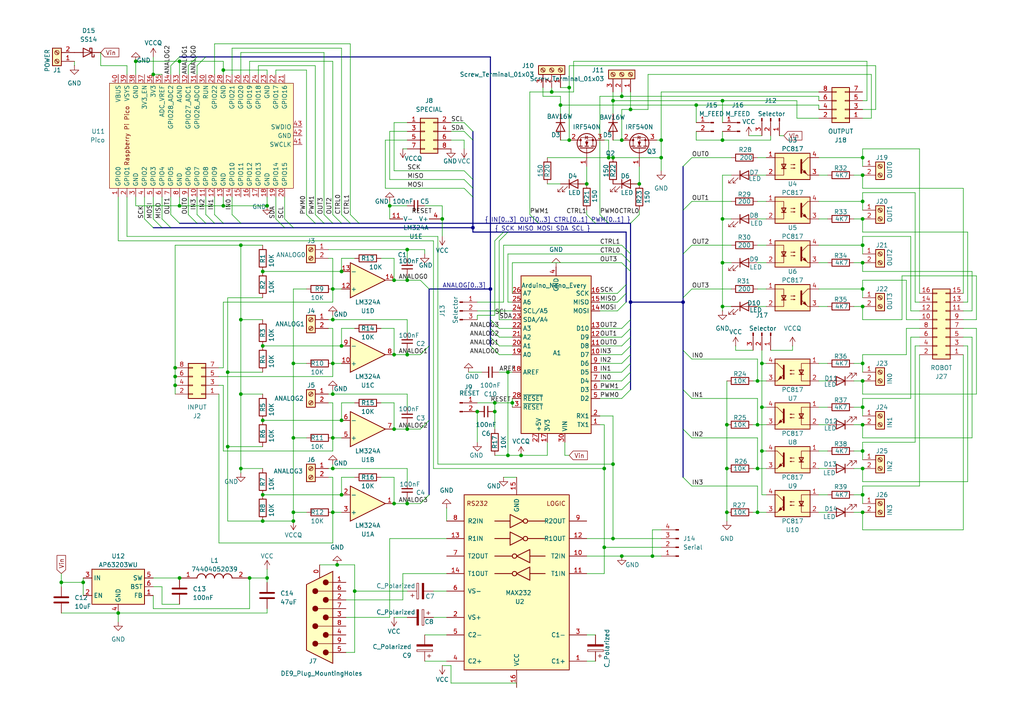
<source format=kicad_sch>
(kicad_sch (version 20231120) (generator "eeschema") (generator_version "8.0")
  (paper "A4")
  (title_block (title "Level Shifters for Arduino Nano") (date "2024-07-14") (rev "1") (company "Fontys"))
  (lib_symbols
    (symbol "74404052039:74404052039" (pin_names hide)
      (property "Reference" "L" (at 16.51 6.35 0))
      (property "Value" "74404052039" (at 16.51 3.81 0))
      (symbol "74404052039_1_1"
        (pin passive line (at 0 0 0) (length 5.08) (name "1") (number "1"))
        (pin passive line (at 20.32 0 180) (length 5.08) (name "2") (number "2"))
      )
    )
    (symbol "Amplifier_Operational:LM324A" (pin_names (offset 0.127))
      (property "Reference" "U" (at 0 5.08 0))
      (property "Value" "LM324A" (at 0 -5.08 0))
      (symbol "LM324A_1_1"
        (pin output line (at 7.62 0 180) (length 2.54) (name "~") (number "1"))
        (pin input line (at -7.62 -2.54 0) (length 2.54) (name "-") (number "2"))
        (pin input line (at -7.62 2.54 0) (length 2.54) (name "+") (number "3"))
      )
      (symbol "LM324A_2_1"
        (pin input line (at -7.62 2.54 0) (length 2.54) (name "+") (number "5"))
        (pin input line (at -7.62 -2.54 0) (length 2.54) (name "-") (number "6"))
        (pin output line (at 7.62 0 180) (length 2.54) (name "~") (number "7"))
      )
      (symbol "LM324A_3_1"
        (pin input line (at -7.62 2.54 0) (length 2.54) (name "+") (number "10"))
        (pin output line (at 7.62 0 180) (length 2.54) (name "~") (number "8"))
        (pin input line (at -7.62 -2.54 0) (length 2.54) (name "-") (number "9"))
      )
      (symbol "LM324A_4_1"
        (pin input line (at -7.62 2.54 0) (length 2.54) (name "+") (number "12"))
        (pin input line (at -7.62 -2.54 0) (length 2.54) (name "-") (number "13"))
        (pin output line (at 7.62 0 180) (length 2.54) (name "~") (number "14"))
      )
      (symbol "LM324A_5_1"
        (pin power_in line (at -2.54 -7.62 90) (length 3.81) (name "V-") (number "11"))
        (pin power_in line (at -2.54 7.62 270) (length 3.81) (name "V+") (number "4"))
      )
    )
    (symbol "Connector:Conn_01x02_Pin" (pin_names (offset 1.016) hide)
      (property "Reference" "J" (at 0 2.54 0))
      (property "Value" "Conn_01x02_Pin" (at 0 -5.08 0))
      (symbol "Conn_01x02_Pin_1_1"
        (pin passive line (at 5.08 0 180) (length 3.81) (name "Pin_1") (number "1"))
        (pin passive line (at 5.08 -2.54 180) (length 3.81) (name "Pin_2") (number "2"))
      )
    )
    (symbol "Connector:Conn_01x03_Pin" (pin_names (offset 1.016) hide)
      (property "Reference" "J" (at 0 5.08 0))
      (property "Value" "Conn_01x03_Pin" (at 0 -5.08 0))
      (symbol "Conn_01x03_Pin_1_1"
        (pin passive line (at 5.08 2.54 180) (length 3.81) (name "Pin_1") (number "1"))
        (pin passive line (at 5.08 0 180) (length 3.81) (name "Pin_2") (number "2"))
        (pin passive line (at 5.08 -2.54 180) (length 3.81) (name "Pin_3") (number "3"))
      )
    )
    (symbol "Connector:Conn_01x04_Pin" (pin_names (offset 1.016) hide)
      (property "Reference" "J" (at 0 5.08 0))
      (property "Value" "Conn_01x04_Pin" (at 0 -7.62 0))
      (symbol "Conn_01x04_Pin_1_1"
        (pin passive line (at 5.08 2.54 180) (length 3.81) (name "Pin_1") (number "1"))
        (pin passive line (at 5.08 0 180) (length 3.81) (name "Pin_2") (number "2"))
        (pin passive line (at 5.08 -2.54 180) (length 3.81) (name "Pin_3") (number "3"))
        (pin passive line (at 5.08 -5.08 180) (length 3.81) (name "Pin_4") (number "4"))
      )
    )
    (symbol "Connector:DE9_Plug_MountingHoles" (pin_names (offset 1.016) hide)
      (property "Reference" "J" (at 0 16.51 0))
      (property "Value" "DE9_Plug_MountingHoles" (at 0 14.605 0))
      (symbol "DE9_Plug_MountingHoles_1_1"
        (pin passive line (at 0 -15.24 90) (length 3.81) (name "PAD") (number "0"))
        (pin passive line (at -7.62 -10.16 0) (length 3.81) (name "1") (number "1"))
        (pin passive line (at -7.62 -5.08 0) (length 3.81) (name "2") (number "2"))
        (pin passive line (at -7.62 0 0) (length 3.81) (name "3") (number "3"))
        (pin passive line (at -7.62 5.08 0) (length 3.81) (name "4") (number "4"))
        (pin passive line (at -7.62 10.16 0) (length 3.81) (name "5") (number "5"))
        (pin passive line (at -7.62 -7.62 0) (length 3.81) (name "6") (number "6"))
        (pin passive line (at -7.62 -2.54 0) (length 3.81) (name "7") (number "7"))
        (pin passive line (at -7.62 2.54 0) (length 3.81) (name "8") (number "8"))
        (pin passive line (at -7.62 7.62 0) (length 3.81) (name "9") (number "9"))
      )
    )
    (symbol "Connector:Screw_Terminal_01x02" (pin_names (offset 1.016) hide)
      (property "Reference" "J" (at 0 2.54 0))
      (property "Value" "Screw_Terminal_01x02" (at 0 -5.08 0))
      (symbol "Screw_Terminal_01x02_1_1"
        (pin passive line (at -5.08 0 0) (length 3.81) (name "Pin_1") (number "1"))
        (pin passive line (at -5.08 -2.54 0) (length 3.81) (name "Pin_2") (number "2"))
      )
    )
    (symbol "Connector:Screw_Terminal_01x03" (pin_names (offset 1.016) hide)
      (property "Reference" "J" (at 0 5.08 0))
      (property "Value" "Screw_Terminal_01x03" (at 0 -5.08 0))
      (symbol "Screw_Terminal_01x03_1_1"
        (pin passive line (at -5.08 2.54 0) (length 3.81) (name "Pin_1") (number "1"))
        (pin passive line (at -5.08 0 0) (length 3.81) (name "Pin_2") (number "2"))
        (pin passive line (at -5.08 -2.54 0) (length 3.81) (name "Pin_3") (number "3"))
      )
    )
    (symbol "Connector_Generic:Conn_02x04_Odd_Even" (pin_names (offset 1.016) hide)
      (property "Reference" "J" (at 1.27 5.08 0))
      (property "Value" "Conn_02x04_Odd_Even" (at 1.27 -7.62 0))
      (symbol "Conn_02x04_Odd_Even_1_1"
        (pin passive line (at -5.08 2.54 0) (length 3.81) (name "Pin_1") (number "1"))
        (pin passive line (at 7.62 2.54 180) (length 3.81) (name "Pin_2") (number "2"))
        (pin passive line (at -5.08 0 0) (length 3.81) (name "Pin_3") (number "3"))
        (pin passive line (at 7.62 0 180) (length 3.81) (name "Pin_4") (number "4"))
        (pin passive line (at -5.08 -2.54 0) (length 3.81) (name "Pin_5") (number "5"))
        (pin passive line (at 7.62 -2.54 180) (length 3.81) (name "Pin_6") (number "6"))
        (pin passive line (at -5.08 -5.08 0) (length 3.81) (name "Pin_7") (number "7"))
        (pin passive line (at 7.62 -5.08 180) (length 3.81) (name "Pin_8") (number "8"))
      )
    )
    (symbol "Connector_Generic:Conn_02x08_Odd_Even" (pin_names (offset 1.016) hide)
      (property "Reference" "J" (at 1.27 10.16 0))
      (property "Value" "Conn_02x08_Odd_Even" (at 1.27 -12.7 0))
      (symbol "Conn_02x08_Odd_Even_1_1"
        (pin passive line (at -5.08 7.62 0) (length 3.81) (name "Pin_1") (number "1"))
        (pin passive line (at 7.62 -2.54 180) (length 3.81) (name "Pin_10") (number "10"))
        (pin passive line (at -5.08 -5.08 0) (length 3.81) (name "Pin_11") (number "11"))
        (pin passive line (at 7.62 -5.08 180) (length 3.81) (name "Pin_12") (number "12"))
        (pin passive line (at -5.08 -7.62 0) (length 3.81) (name "Pin_13") (number "13"))
        (pin passive line (at 7.62 -7.62 180) (length 3.81) (name "Pin_14") (number "14"))
        (pin passive line (at -5.08 -10.16 0) (length 3.81) (name "Pin_15") (number "15"))
        (pin passive line (at 7.62 -10.16 180) (length 3.81) (name "Pin_16") (number "16"))
        (pin passive line (at 7.62 7.62 180) (length 3.81) (name "Pin_2") (number "2"))
        (pin passive line (at -5.08 5.08 0) (length 3.81) (name "Pin_3") (number "3"))
        (pin passive line (at 7.62 5.08 180) (length 3.81) (name "Pin_4") (number "4"))
        (pin passive line (at -5.08 2.54 0) (length 3.81) (name "Pin_5") (number "5"))
        (pin passive line (at 7.62 2.54 180) (length 3.81) (name "Pin_6") (number "6"))
        (pin passive line (at -5.08 0 0) (length 3.81) (name "Pin_7") (number "7"))
        (pin passive line (at 7.62 0 180) (length 3.81) (name "Pin_8") (number "8"))
        (pin passive line (at -5.08 -2.54 0) (length 3.81) (name "Pin_9") (number "9"))
      )
    )
    (symbol "Device:C" (pin_numbers hide) (pin_names (offset 0.254))
      (property "Reference" "C" (at 0.635 2.54 0))
      (property "Value" "C" (at 0.635 -2.54 0))
      (symbol "C_1_1"
        (pin passive line (at 0 3.81 270) (length 2.794) (name "~") (number "1"))
        (pin passive line (at 0 -3.81 90) (length 2.794) (name "~") (number "2"))
      )
    )
    (symbol "Device:C_Polarized" (pin_numbers hide) (pin_names (offset 0.254))
      (property "Reference" "C" (at 0.635 2.54 0))
      (property "Value" "C_Polarized" (at 0.635 -2.54 0))
      (symbol "C_Polarized_1_1"
        (pin passive line (at 0 3.81 270) (length 2.794) (name "~") (number "1"))
        (pin passive line (at 0 -3.81 90) (length 2.794) (name "~") (number "2"))
      )
    )
    (symbol "Device:C_Small" (pin_numbers hide) (pin_names (offset 0.254) hide)
      (property "Reference" "C" (at 0.254 1.778 0))
      (property "Value" "C_Small" (at 0.254 -2.032 0))
      (symbol "C_Small_1_1"
        (pin passive line (at 0 2.54 270) (length 2.032) (name "~") (number "1"))
        (pin passive line (at 0 -2.54 90) (length 2.032) (name "~") (number "2"))
      )
    )
    (symbol "Device:LED" (pin_numbers hide) (pin_names (offset 1.016) hide)
      (property "Reference" "D" (at 0 2.54 0))
      (property "Value" "LED" (at 0 -2.54 0))
      (symbol "LED_1_1"
        (pin passive line (at -3.81 0 0) (length 2.54) (name "K") (number "1"))
        (pin passive line (at 3.81 0 180) (length 2.54) (name "A") (number "2"))
      )
    )
    (symbol "Device:R" (pin_numbers hide) (pin_names (offset 0))
      (property "Reference" "R" (at 2.032 0 90))
      (property "Value" "R" (at 0 0 90))
      (symbol "R_1_1"
        (pin passive line (at 0 3.81 270) (length 1.27) (name "~") (number "1"))
        (pin passive line (at 0 -3.81 90) (length 1.27) (name "~") (number "2"))
      )
    )
    (symbol "Diode:BAV16W" (pin_numbers hide) (pin_names hide)
      (property "Reference" "D" (at 0 2.54 0))
      (property "Value" "BAV16W" (at 0 -2.54 0))
      (symbol "BAV16W_1_1"
        (pin passive line (at -3.81 0 0) (length 2.54) (name "K") (number "1"))
        (pin passive line (at 3.81 0 180) (length 2.54) (name "A") (number "2"))
      )
    )
    (symbol "Diode:SS14" (pin_numbers hide) (pin_names (offset 1.016) hide)
      (property "Reference" "D" (at 0 2.54 0))
      (property "Value" "SS14" (at 0 -2.54 0))
      (symbol "SS14_1_1"
        (pin passive line (at -3.81 0 0) (length 2.54) (name "K") (number "1"))
        (pin passive line (at 3.81 0 180) (length 2.54) (name "A") (number "2"))
      )
    )
    (symbol "Interface_UART:MAX232" (pin_names (offset 1.016))
      (property "Reference" "U" (at -2.54 28.575 0))
      (property "Value" "MAX232" (at -2.54 26.67 0))
      (symbol "MAX232_0_0"
        (text "LOGIC" (at -11.43 -22.86 0) (effects (font (size 1.27 1.27))))
        (text "RS232" (at 11.43 -22.86 0) (effects (font (size 1.27 1.27))))
      )
      (symbol "MAX232_1_1"
        (pin passive line (at -20.32 22.86 0) (length 5.08) (name "C1+") (number "1"))
        (pin input line (at -20.32 -7.62 0) (length 5.08) (name "T2IN") (number "10"))
        (pin input line (at -20.32 -2.54 0) (length 5.08) (name "T1IN") (number "11"))
        (pin output line (at -20.32 -12.7 0) (length 5.08) (name "R1OUT") (number "12"))
        (pin input line (at 20.32 -12.7 180) (length 5.08) (name "R1IN") (number "13"))
        (pin output line (at 20.32 -2.54 180) (length 5.08) (name "T1OUT") (number "14"))
        (pin power_in line (at 0 -30.48 90) (length 5.08) (name "GND") (number "15"))
        (pin power_in line (at 0 30.48 270) (length 5.08) (name "VCC") (number "16"))
        (pin power_out line (at 20.32 10.16 180) (length 5.08) (name "VS+") (number "2"))
        (pin passive line (at -20.32 15.24 0) (length 5.08) (name "C1-") (number "3"))
        (pin passive line (at 20.32 22.86 180) (length 5.08) (name "C2+") (number "4"))
        (pin passive line (at 20.32 15.24 180) (length 5.08) (name "C2-") (number "5"))
        (pin power_out line (at 20.32 2.54 180) (length 5.08) (name "VS-") (number "6"))
        (pin output line (at 20.32 -7.62 180) (length 5.08) (name "T2OUT") (number "7"))
        (pin input line (at 20.32 -17.78 180) (length 5.08) (name "R2IN") (number "8"))
        (pin output line (at -20.32 -17.78 0) (length 5.08) (name "R2OUT") (number "9"))
      )
    )
    (symbol "Isolator:PC817" (pin_names (offset 1.016))
      (property "Reference" "U" (at -5.08 5.08 0))
      (property "Value" "PC817" (at 0 5.08 0))
      (symbol "PC817_1_1"
        (pin passive line (at -7.62 2.54 0) (length 2.54) (name "~") (number "1"))
        (pin passive line (at -7.62 -2.54 0) (length 2.54) (name "~") (number "2"))
        (pin passive line (at 7.62 -2.54 180) (length 2.54) (name "~") (number "3"))
        (pin passive line (at 7.62 2.54 180) (length 2.54) (name "~") (number "4"))
      )
    )
    (symbol "MCU_Module:Arduino_Nano_Every"
      (property "Reference" "A" (at -10.16 23.495 0))
      (property "Value" "Arduino_Nano_Every" (at 5.08 -24.13 0))
      (symbol "Arduino_Nano_Every_1_1"
        (pin bidirectional line (at -12.7 20.32 0) (length 2.54) (name "TX1") (number "1"))
        (pin bidirectional line (at -12.7 0 0) (length 2.54) (name "D7") (number "10"))
        (pin bidirectional line (at -12.7 -2.54 0) (length 2.54) (name "D8") (number "11"))
        (pin bidirectional line (at -12.7 -5.08 0) (length 2.54) (name "D9") (number "12"))
        (pin bidirectional line (at -12.7 -7.62 0) (length 2.54) (name "D10") (number "13"))
        (pin bidirectional line (at -12.7 -12.7 0) (length 2.54) (name "MOSI") (number "14"))
        (pin bidirectional line (at -12.7 -15.24 0) (length 2.54) (name "MISO") (number "15"))
        (pin bidirectional line (at -12.7 -17.78 0) (length 2.54) (name "SCK") (number "16"))
        (pin power_out line (at 2.54 25.4 270) (length 2.54) (name "3V3") (number "17"))
        (pin input line (at 12.7 5.08 180) (length 2.54) (name "AREF") (number "18"))
        (pin bidirectional line (at 12.7 0 180) (length 2.54) (name "A0") (number "19"))
        (pin bidirectional line (at -12.7 17.78 0) (length 2.54) (name "RX1") (number "2"))
        (pin bidirectional line (at 12.7 -2.54 180) (length 2.54) (name "A1") (number "20"))
        (pin bidirectional line (at 12.7 -5.08 180) (length 2.54) (name "A2") (number "21"))
        (pin bidirectional line (at 12.7 -7.62 180) (length 2.54) (name "A3") (number "22"))
        (pin bidirectional line (at 12.7 -10.16 180) (length 2.54) (name "SDA/A4") (number "23"))
        (pin bidirectional line (at 12.7 -12.7 180) (length 2.54) (name "SCL/A5") (number "24"))
        (pin bidirectional line (at 12.7 -15.24 180) (length 2.54) (name "A6") (number "25"))
        (pin bidirectional line (at 12.7 -17.78 180) (length 2.54) (name "A7") (number "26"))
        (pin power_out line (at 5.08 25.4 270) (length 2.54) (name "+5V") (number "27"))
        (pin input line (at 12.7 12.7 180) (length 2.54) (name "~{RESET}") (number "28"))
        (pin passive line (at 0 -25.4 90) (length 2.54) hide (name "GND") (number "29"))
        (pin input line (at 12.7 15.24 180) (length 2.54) (name "~{RESET}") (number "3"))
        (pin power_in line (at -2.54 25.4 270) (length 2.54) (name "VIN") (number "30"))
        (pin power_in line (at 0 -25.4 90) (length 2.54) (name "GND") (number "4"))
        (pin bidirectional line (at -12.7 12.7 0) (length 2.54) (name "D2") (number "5"))
        (pin bidirectional line (at -12.7 10.16 0) (length 2.54) (name "D3") (number "6"))
        (pin bidirectional line (at -12.7 7.62 0) (length 2.54) (name "D4") (number "7"))
        (pin bidirectional line (at -12.7 5.08 0) (length 2.54) (name "D5") (number "8"))
        (pin bidirectional line (at -12.7 2.54 0) (length 2.54) (name "D6") (number "9"))
      )
    )
    (symbol "PICO:Pico"
      (property "Reference" "U" (at -13.97 27.94 0))
      (property "Value" "Pico" (at 0 19.05 0))
      (symbol "Pico_0_0"
        (text "Raspberry Pi Pico" (at 0 21.59 0) (effects (font (size 1.27 1.27))))
      )
      (symbol "Pico_1_1"
        (pin bidirectional line (at -17.78 24.13 0) (length 2.54) (name "GPIO0") (number "1"))
        (pin bidirectional line (at -17.78 1.27 0) (length 2.54) (name "GPIO7") (number "10"))
        (pin bidirectional line (at -17.78 -1.27 0) (length 2.54) (name "GPIO8") (number "11"))
        (pin bidirectional line (at -17.78 -3.81 0) (length 2.54) (name "GPIO9") (number "12"))
        (pin power_in line (at -17.78 -6.35 0) (length 2.54) (name "GND") (number "13"))
        (pin bidirectional line (at -17.78 -8.89 0) (length 2.54) (name "GPIO10") (number "14"))
        (pin bidirectional line (at -17.78 -11.43 0) (length 2.54) (name "GPIO11") (number "15"))
        (pin bidirectional line (at -17.78 -13.97 0) (length 2.54) (name "GPIO12") (number "16"))
        (pin bidirectional line (at -17.78 -16.51 0) (length 2.54) (name "GPIO13") (number "17"))
        (pin power_in line (at -17.78 -19.05 0) (length 2.54) (name "GND") (number "18"))
        (pin bidirectional line (at -17.78 -21.59 0) (length 2.54) (name "GPIO14") (number "19"))
        (pin bidirectional line (at -17.78 21.59 0) (length 2.54) (name "GPIO1") (number "2"))
        (pin bidirectional line (at -17.78 -24.13 0) (length 2.54) (name "GPIO15") (number "20"))
        (pin bidirectional line (at 17.78 -24.13 180) (length 2.54) (name "GPIO16") (number "21"))
        (pin bidirectional line (at 17.78 -21.59 180) (length 2.54) (name "GPIO17") (number "22"))
        (pin power_in line (at 17.78 -19.05 180) (length 2.54) (name "GND") (number "23"))
        (pin bidirectional line (at 17.78 -16.51 180) (length 2.54) (name "GPIO18") (number "24"))
        (pin bidirectional line (at 17.78 -13.97 180) (length 2.54) (name "GPIO19") (number "25"))
        (pin bidirectional line (at 17.78 -11.43 180) (length 2.54) (name "GPIO20") (number "26"))
        (pin bidirectional line (at 17.78 -8.89 180) (length 2.54) (name "GPIO21") (number "27"))
        (pin power_in line (at 17.78 -6.35 180) (length 2.54) (name "GND") (number "28"))
        (pin bidirectional line (at 17.78 -3.81 180) (length 2.54) (name "GPIO22") (number "29"))
        (pin power_in line (at -17.78 19.05 0) (length 2.54) (name "GND") (number "3"))
        (pin input line (at 17.78 -1.27 180) (length 2.54) (name "RUN") (number "30"))
        (pin bidirectional line (at 17.78 1.27 180) (length 2.54) (name "GPIO26_ADC0") (number "31"))
        (pin bidirectional line (at 17.78 3.81 180) (length 2.54) (name "GPIO27_ADC1") (number "32"))
        (pin power_in line (at 17.78 6.35 180) (length 2.54) (name "AGND") (number "33"))
        (pin bidirectional line (at 17.78 8.89 180) (length 2.54) (name "GPIO28_ADC2") (number "34"))
        (pin power_in line (at 17.78 11.43 180) (length 2.54) (name "ADC_VREF") (number "35"))
        (pin power_in line (at 17.78 13.97 180) (length 2.54) (name "3V3") (number "36"))
        (pin input line (at 17.78 16.51 180) (length 2.54) (name "3V3_EN") (number "37"))
        (pin bidirectional line (at 17.78 19.05 180) (length 2.54) (name "GND") (number "38"))
        (pin power_in line (at 17.78 21.59 180) (length 2.54) (name "VSYS") (number "39"))
        (pin bidirectional line (at -17.78 16.51 0) (length 2.54) (name "GPIO2") (number "4"))
        (pin power_in line (at 17.78 24.13 180) (length 2.54) (name "VBUS") (number "40"))
        (pin input line (at -2.54 -29.21 90) (length 2.54) (name "SWCLK") (number "41"))
        (pin power_in line (at 0 -29.21 90) (length 2.54) (name "GND") (number "42"))
        (pin bidirectional line (at 2.54 -29.21 90) (length 2.54) (name "SWDIO") (number "43"))
        (pin bidirectional line (at -17.78 13.97 0) (length 2.54) (name "GPIO3") (number "5"))
        (pin bidirectional line (at -17.78 11.43 0) (length 2.54) (name "GPIO4") (number "6"))
        (pin bidirectional line (at -17.78 8.89 0) (length 2.54) (name "GPIO5") (number "7"))
        (pin power_in line (at -17.78 6.35 0) (length 2.54) (name "GND") (number "8"))
        (pin bidirectional line (at -17.78 3.81 0) (length 2.54) (name "GPIO6") (number "9"))
      )
    )
    (symbol "Regulator_Switching:AP63203WU"
      (property "Reference" "U" (at -7.62 6.35 0))
      (property "Value" "AP63203WU" (at 2.54 6.35 0))
      (symbol "AP63203WU_1_1"
        (pin input line (at 10.16 -2.54 180) (length 2.54) (name "FB") (number "1"))
        (pin input line (at -10.16 -2.54 0) (length 2.54) (name "EN") (number "2"))
        (pin power_in line (at -10.16 2.54 0) (length 2.54) (name "IN") (number "3"))
        (pin power_in line (at 0 -7.62 90) (length 2.54) (name "GND") (number "4"))
        (pin output line (at 10.16 2.54 180) (length 2.54) (name "SW") (number "5"))
        (pin passive line (at 10.16 0 180) (length 2.54) (name "BST") (number "6"))
      )
    )
    (symbol "Transistor_FET:IRF540N" (pin_names hide)
      (property "Reference" "Q" (at 6.35 1.905 0))
      (property "Value" "IRF540N" (at 6.35 0 0))
      (symbol "IRF540N_1_1"
        (pin input line (at -5.08 0 0) (length 2.54) (name "G") (number "1"))
        (pin passive line (at 2.54 5.08 270) (length 2.54) (name "D") (number "2"))
        (pin passive line (at 2.54 -5.08 90) (length 2.54) (name "S") (number "3"))
      )
    )
    (symbol "power:GND" (power) (pin_numbers hide) (pin_names (offset 0) hide)
      (property "Value" "GND" (at 0 -3.81 0))
      (symbol "GND_1_1"
        (pin power_in line (at 0 0 270) (length 0) (name "~") (number "1"))
      )
    )
    (symbol "power:VCC" (power) (pin_numbers hide) (pin_names (offset 0) hide)
      (property "Value" "VCC" (at 0 3.556 0))
      (symbol "VCC_1_1"
        (pin power_in line (at 0 0 90) (length 0) (name "~") (number "1"))
      )
    )
    (symbol "power:VCCQ" (power) (pin_numbers hide) (pin_names (offset 0) hide)
      (property "Value" "VCCQ" (at 0 3.556 0))
      (symbol "VCCQ_1_1"
        (pin power_in line (at 0 0 90) (length 0) (name "~") (number "1"))
      )
    )
  )
  (junction (at 201.93 30.48))
  (junction (at 250.19 123.19))
  (junction (at 99.06 78.74))
  (junction (at 182.88 31.75))
  (junction (at 198.12 87.63))
  (junction (at 96.52 135.89))
  (junction (at 250.19 58.42))
  (junction (at 77.47 167.64))
  (junction (at 210.82 135.89))
  (junction (at 50.8 106.68))
  (junction (at 142.24 83.82))
  (junction (at 113.03 59.69))
  (junction (at 138.43 119.38))
  (junction (at 72.39 167.64))
  (junction (at 250.19 135.89))
  (junction (at 210.82 123.19))
  (junction (at 52.07 167.64))
  (junction (at 118.11 146.05))
  (junction (at 148.59 116.84))
  (junction (at 96.52 127))
  (junction (at 151.13 132.08))
  (junction (at 177.8 134.62))
  (junction (at 39.37 17.78))
  (junction (at 114.3 102.87))
  (junction (at 34.29 177.8))
  (junction (at 118.11 124.46))
  (junction (at 137.16 66.04))
  (junction (at 250.19 63.5))
  (junction (at 177.8 29.21))
  (junction (at 165.1 25.4))
  (junction (at 85.09 105.41))
  (junction (at 250.19 110.49))
  (junction (at 250.19 105.41))
  (junction (at 102.87 171.45))
  (junction (at 180.34 40.64))
  (junction (at 128.27 63.5))
  (junction (at 209.55 88.9))
  (junction (at 76.2 151.13))
  (junction (at 250.19 118.11))
  (junction (at 76.2 100.33))
  (junction (at 189.23 161.29))
  (junction (at 250.19 76.2))
  (junction (at 17.78 168.91))
  (junction (at 118.11 102.87))
  (junction (at 210.82 148.59))
  (junction (at 147.32 132.08))
  (junction (at 77.47 59.69))
  (junction (at 69.85 71.12))
  (junction (at 114.3 124.46))
  (junction (at 209.55 40.64))
  (junction (at 177.8 45.72))
  (junction (at 250.19 88.9))
  (junction (at 250.19 71.12))
  (junction (at 69.85 135.89))
  (junction (at 250.19 148.59))
  (junction (at 50.8 109.22))
  (junction (at 180.34 27.94))
  (junction (at 76.2 143.51))
  (junction (at 114.3 146.05))
  (junction (at 66.04 129.54))
  (junction (at 165.1 40.64))
  (junction (at 44.45 21.59))
  (junction (at 96.52 105.41))
  (junction (at 76.2 121.92))
  (junction (at 219.71 135.89))
  (junction (at 69.85 92.71))
  (junction (at 191.77 45.72))
  (junction (at 96.52 92.71))
  (junction (at 96.52 148.59))
  (junction (at 114.3 81.28))
  (junction (at 118.11 72.39))
  (junction (at 96.52 83.82))
  (junction (at 250.19 45.72))
  (junction (at 118.11 81.28))
  (junction (at 220.98 118.11))
  (junction (at 219.71 123.19))
  (junction (at 220.98 105.41))
  (junction (at 250.19 50.8))
  (junction (at 191.77 40.64))
  (junction (at 85.09 151.13))
  (junction (at 180.34 161.29))
  (junction (at 250.19 143.51))
  (junction (at 177.8 156.21))
  (junction (at 99.06 143.51))
  (junction (at 52.07 59.69))
  (junction (at 220.98 130.81))
  (junction (at 143.51 119.38))
  (junction (at 209.55 63.5))
  (junction (at 99.06 121.92))
  (junction (at 170.18 53.34))
  (junction (at 250.19 130.81))
  (junction (at 66.04 107.95))
  (junction (at 175.26 135.89))
  (junction (at 76.2 78.74))
  (junction (at 64.77 20.32))
  (junction (at 52.07 17.78))
  (junction (at 209.55 76.2))
  (junction (at 219.71 148.59))
  (junction (at 185.42 53.34))
  (junction (at 162.56 30.48))
  (junction (at 24.13 168.91))
  (junction (at 64.77 59.69))
  (junction (at 219.71 110.49))
  (junction (at 50.8 111.76))
  (junction (at 160.02 26.67))
  (junction (at 96.52 114.3))
  (junction (at 99.06 100.33))
  (junction (at 176.53 45.72))
  (junction (at 147.32 107.95))
  (junction (at 209.55 29.21))
  (junction (at 175.26 158.75))
  (junction (at 85.09 127))
  (junction (at 143.51 116.84))
  (junction (at 97.79 163.83))
  (junction (at 69.85 114.3))
  (junction (at 182.88 87.63))
  (junction (at 85.09 148.59))
  (junction (at 250.19 83.82))
  (bus_entry (at 104.14 64.77) (size -2.54 -2.54))
  (bus_entry (at 182.88 64.77) (size 2.54 -2.54))
  (bus_entry (at 182.88 78.74) (size -2.54 -2.54))
  (bus_entry (at 49.53 66.04) (size -2.54 -2.54))
  (bus_entry (at 147.32 67.31) (size -2.54 2.54))
  (bus_entry (at 59.69 16.51) (size -2.54 2.54))
  (bus_entry (at 137.16 38.1) (size -2.54 -2.54))
  (bus_entry (at 57.15 64.77) (size -2.54 -2.54))
  (bus_entry (at 181.61 87.63) (size -2.54 2.54))
  (bus_entry (at 124.46 83.82) (size -2.54 -2.54))
  (bus_entry (at 156.21 64.77) (size -2.54 -2.54))
  (bus_entry (at 182.88 105.41) (size -2.54 2.54))
  (bus_entry (at 85.09 66.04) (size -2.54 -2.54))
  (bus_entry (at 182.88 97.79) (size -2.54 2.54))
  (bus_entry (at 198.12 138.43) (size 2.54 2.54))
  (bus_entry (at 57.15 16.51) (size -2.54 2.54))
  (bus_entry (at 182.88 73.66) (size -2.54 -2.54))
  (bus_entry (at 124.46 121.92) (size -2.54 2.54))
  (bus_entry (at 91.44 64.77) (size -2.54 -2.54))
  (bus_entry (at 137.16 52.07) (size -2.54 -2.54))
  (bus_entry (at 137.16 57.15) (size -2.54 -2.54))
  (bus_entry (at 142.24 97.79) (size 2.54 2.54))
  (bus_entry (at 101.6 64.77) (size -2.54 -2.54))
  (bus_entry (at 124.46 143.51) (size -2.54 2.54))
  (bus_entry (at 142.24 95.25) (size 2.54 2.54))
  (bus_entry (at 182.88 102.87) (size -2.54 2.54))
  (bus_entry (at 69.85 64.77) (size -2.54 -2.54))
  (bus_entry (at 52.07 16.51) (size -2.54 2.54))
  (bus_entry (at 182.88 110.49) (size -2.54 2.54))
  (bus_entry (at 182.88 107.95) (size -2.54 2.54))
  (bus_entry (at 137.16 54.61) (size -2.54 -2.54))
  (bus_entry (at 44.45 66.04) (size -2.54 -2.54))
  (bus_entry (at 99.06 64.77) (size -2.54 -2.54))
  (bus_entry (at 142.24 92.71) (size 2.54 2.54))
  (bus_entry (at 82.55 66.04) (size -2.54 -2.54))
  (bus_entry (at 198.12 73.66) (size 2.54 -2.54))
  (bus_entry (at 198.12 86.36) (size 2.54 -2.54))
  (bus_entry (at 52.07 64.77) (size -2.54 -2.54))
  (bus_entry (at 182.88 100.33) (size -2.54 2.54))
  (bus_entry (at 93.98 64.77) (size -2.54 -2.54))
  (bus_entry (at 198.12 60.96) (size 2.54 -2.54))
  (bus_entry (at 172.72 64.77) (size -2.54 -2.54))
  (bus_entry (at 124.46 100.33) (size -2.54 2.54))
  (bus_entry (at 96.52 64.77) (size -2.54 -2.54))
  (bus_entry (at 198.12 113.03) (size 2.54 2.54))
  (bus_entry (at 137.16 40.64) (size -2.54 -2.54))
  (bus_entry (at 182.88 95.25) (size -2.54 2.54))
  (bus_entry (at 64.77 64.77) (size -2.54 -2.54))
  (bus_entry (at 176.53 64.77) (size -2.54 -2.54))
  (bus_entry (at 46.99 66.04) (size -2.54 -2.54))
  (bus_entry (at 142.24 100.33) (size 2.54 2.54))
  (bus_entry (at 182.88 113.03) (size -2.54 2.54))
  (bus_entry (at 59.69 64.77) (size -2.54 -2.54))
  (bus_entry (at 146.05 67.31) (size -2.54 2.54))
  (bus_entry (at 181.61 82.55) (size -2.54 2.54))
  (bus_entry (at 198.12 48.26) (size 2.54 -2.54))
  (bus_entry (at 198.12 124.46) (size 2.54 2.54))
  (bus_entry (at 182.88 76.2) (size -2.54 -2.54))
  (bus_entry (at 62.23 64.77) (size -2.54 -2.54))
  (bus_entry (at 198.12 101.6) (size 2.54 2.54))
  (bus_entry (at 181.61 85.09) (size -2.54 2.54))
  (bus_entry (at 182.88 92.71) (size -2.54 2.54))
  (wire (pts (xy 200.66 127) (xy 219.71 127)))
  (wire (pts (xy 250.19 140.97) (xy 266.7 140.97)))
  (wire (pts (xy 64.77 87.63) (xy 64.77 106.68)))
  (wire (pts (xy 176.53 40.64) (xy 176.53 45.72)))
  (wire (pts (xy 130.81 193.04) (xy 128.27 193.04)))
  (wire (pts (xy 162.56 30.48) (xy 162.56 27.94)))
  (wire (pts (xy 138.43 91.44) (xy 138.43 92.71)))
  (wire (pts (xy 85.09 127) (xy 85.09 148.59)))
  (wire (pts (xy 237.49 118.11) (xy 240.03 118.11)))
  (wire (pts (xy 219.71 58.42) (xy 222.25 58.42)))
  (bus (pts (xy 91.44 64.77) (xy 93.98 64.77)))
  (wire (pts (xy 187.96 31.75) (xy 182.88 31.75)))
  (wire (pts (xy 147.32 73.66) (xy 180.34 73.66)))
  (bus (pts (xy 82.55 66.04) (xy 85.09 66.04)))
  (wire (pts (xy 279.4 90.17) (xy 281.94 90.17)))
  (wire (pts (xy 220.98 130.81) (xy 222.25 130.81)))
  (wire (pts (xy 250.19 105.41) (xy 250.19 102.87)))
  (wire (pts (xy 173.99 97.79) (xy 180.34 97.79)))
  (wire (pts (xy 127 134.62) (xy 177.8 134.62)))
  (wire (pts (xy 85.09 148.59) (xy 88.9 148.59)))
  (wire (pts (xy 201.93 40.64) (xy 201.93 38.1)))
  (bus (pts (xy 182.88 64.77) (xy 182.88 73.66)))
  (bus (pts (xy 101.6 64.77) (xy 104.14 64.77)))
  (wire (pts (xy 213.36 100.33) (xy 213.36 101.6)))
  (wire (pts (xy 114.3 49.53) (xy 114.3 35.56)))
  (bus (pts (xy 182.88 102.87) (xy 182.88 105.41)))
  (wire (pts (xy 266.7 43.18) (xy 266.7 85.09)))
  (wire (pts (xy 77.47 176.53) (xy 77.47 177.8)))
  (wire (pts (xy 283.21 80.01) (xy 283.21 92.71)))
  (wire (pts (xy 165.1 19.05) (xy 165.1 25.4)))
  (bus (pts (xy 147.32 67.31) (xy 181.61 67.31)))
  (wire (pts (xy 237.49 83.82) (xy 250.19 83.82)))
  (wire (pts (xy 99.06 116.84) (xy 99.06 121.92)))
  (wire (pts (xy 237.49 58.42) (xy 250.19 58.42)))
  (wire (pts (xy 85.09 105.41) (xy 85.09 83.82)))
  (wire (pts (xy 280.67 139.7) (xy 280.67 100.33)))
  (wire (pts (xy 102.87 189.23) (xy 102.87 171.45)))
  (wire (pts (xy 52.07 17.78) (xy 39.37 17.78)))
  (wire (pts (xy 158.75 132.08) (xy 151.13 132.08)))
  (wire (pts (xy 99.06 13.97) (xy 67.31 13.97)))
  (wire (pts (xy 123.19 72.39) (xy 123.19 73.66)))
  (wire (pts (xy 114.3 74.93) (xy 110.49 74.93)))
  (wire (pts (xy 52.07 17.78) (xy 52.07 21.59)))
  (bus (pts (xy 182.88 105.41) (xy 182.88 107.95)))
  (wire (pts (xy 250.19 67.31) (xy 280.67 67.31)))
  (bus (pts (xy 137.16 57.15) (xy 137.16 66.04)))
  (wire (pts (xy 148.59 100.33) (xy 144.78 100.33)))
  (wire (pts (xy 99.06 138.43) (xy 99.06 143.51)))
  (wire (pts (xy 218.44 148.59) (xy 219.71 148.59)))
  (wire (pts (xy 64.77 59.69) (xy 64.77 57.15)))
  (bus (pts (xy 181.61 82.55) (xy 181.61 85.09)))
  (bus (pts (xy 137.16 66.04) (xy 137.16 67.31)))
  (wire (pts (xy 34.29 177.8) (xy 34.29 180.34)))
  (wire (pts (xy 129.54 147.32) (xy 129.54 151.13)))
  (wire (pts (xy 180.34 27.94) (xy 180.34 26.67)))
  (wire (pts (xy 165.1 132.08) (xy 163.83 132.08)))
  (wire (pts (xy 50.8 109.22) (xy 50.8 106.68)))
  (wire (pts (xy 261.62 80.01) (xy 283.21 80.01)))
  (wire (pts (xy 95.25 95.25) (xy 96.52 95.25)))
  (wire (pts (xy 173.99 115.57) (xy 180.34 115.57)))
  (bus (pts (xy 85.09 66.04) (xy 137.16 66.04)))
  (wire (pts (xy 116.84 43.18) (xy 118.11 43.18)))
  (wire (pts (xy 170.18 191.77) (xy 172.72 191.77)))
  (wire (pts (xy 148.59 76.2) (xy 180.34 76.2)))
  (wire (pts (xy 237.49 31.75) (xy 237.49 30.48)))
  (wire (pts (xy 219.71 88.9) (xy 222.25 88.9)))
  (wire (pts (xy 138.43 119.38) (xy 138.43 128.27)))
  (wire (pts (xy 281.94 78.74) (xy 250.19 78.74)))
  (wire (pts (xy 247.65 148.59) (xy 250.19 148.59)))
  (wire (pts (xy 237.49 27.94) (xy 180.34 27.94)))
  (wire (pts (xy 72.39 17.78) (xy 72.39 21.59)))
  (wire (pts (xy 69.85 92.71) (xy 69.85 71.12)))
  (wire (pts (xy 91.44 19.05) (xy 74.93 19.05)))
  (bus (pts (xy 182.88 97.79) (xy 182.88 100.33)))
  (wire (pts (xy 250.19 139.7) (xy 280.67 139.7)))
  (wire (pts (xy 118.11 124.46) (xy 121.92 124.46)))
  (bus (pts (xy 156.21 64.77) (xy 172.72 64.77)))
  (bus (pts (xy 52.07 16.51) (xy 57.15 16.51)))
  (wire (pts (xy 209.55 76.2) (xy 212.09 76.2)))
  (wire (pts (xy 118.11 96.52) (xy 118.11 92.71)))
  (bus (pts (xy 198.12 48.26) (xy 198.12 60.96)))
  (bus (pts (xy 182.88 64.77) (xy 176.53 64.77)))
  (wire (pts (xy 209.55 63.5) (xy 209.55 76.2)))
  (wire (pts (xy 144.78 107.95) (xy 147.32 107.95)))
  (wire (pts (xy 209.55 63.5) (xy 212.09 63.5)))
  (wire (pts (xy 69.85 15.24) (xy 69.85 21.59)))
  (wire (pts (xy 162.56 25.4) (xy 165.1 25.4)))
  (wire (pts (xy 226.06 39.37) (xy 227.33 39.37)))
  (wire (pts (xy 44.45 57.15) (xy 44.45 63.5)))
  (wire (pts (xy 166.37 17.78) (xy 166.37 26.67)))
  (wire (pts (xy 250.19 45.72) (xy 250.19 48.26)))
  (bus (pts (xy 124.46 100.33) (xy 124.46 121.92)))
  (wire (pts (xy 231.14 34.29) (xy 237.49 34.29)))
  (wire (pts (xy 67.31 13.97) (xy 67.31 21.59)))
  (wire (pts (xy 250.19 83.82) (xy 250.19 86.36)))
  (wire (pts (xy 247.65 88.9) (xy 250.19 88.9)))
  (bus (pts (xy 137.16 54.61) (xy 137.16 57.15)))
  (bus (pts (xy 182.88 110.49) (xy 182.88 113.03)))
  (wire (pts (xy 72.39 176.53) (xy 72.39 167.64)))
  (wire (pts (xy 96.52 148.59) (xy 96.52 138.43)))
  (wire (pts (xy 147.32 132.08) (xy 147.32 107.95)))
  (wire (pts (xy 247.65 118.11) (xy 250.19 118.11)))
  (wire (pts (xy 102.87 116.84) (xy 99.06 116.84)))
  (wire (pts (xy 163.83 128.27) (xy 163.83 132.08)))
  (wire (pts (xy 148.59 116.84) (xy 148.59 115.57)))
  (wire (pts (xy 191.77 40.64) (xy 191.77 26.67)))
  (wire (pts (xy 96.52 105.41) (xy 96.52 109.22)))
  (wire (pts (xy 17.78 177.8) (xy 34.29 177.8)))
  (wire (pts (xy 77.47 168.91) (xy 77.47 167.64)))
  (wire (pts (xy 62.23 12.7) (xy 62.23 21.59)))
  (wire (pts (xy 250.19 128.27) (xy 265.43 128.27)))
  (wire (pts (xy 162.56 27.94) (xy 157.48 27.94)))
  (wire (pts (xy 209.55 50.8) (xy 209.55 63.5)))
  (wire (pts (xy 52.07 57.15) (xy 52.07 59.69)))
  (wire (pts (xy 219.71 50.8) (xy 222.25 50.8)))
  (wire (pts (xy 118.11 135.89) (xy 96.52 135.89)))
  (wire (pts (xy 76.2 100.33) (xy 99.06 100.33)))
  (wire (pts (xy 39.37 59.69) (xy 52.07 59.69)))
  (wire (pts (xy 91.44 19.05) (xy 91.44 62.23)))
  (wire (pts (xy 177.8 45.72) (xy 191.77 45.72)))
  (wire (pts (xy 46.99 170.18) (xy 44.45 170.18)))
  (wire (pts (xy 250.19 54.61) (xy 279.4 54.61)))
  (wire (pts (xy 200.66 140.97) (xy 219.71 140.97)))
  (wire (pts (xy 170.18 62.23) (xy 170.18 60.96)))
  (wire (pts (xy 118.11 146.05) (xy 121.92 146.05)))
  (wire (pts (xy 201.93 35.56) (xy 201.93 30.48)))
  (wire (pts (xy 177.8 134.62) (xy 177.8 156.21)))
  (wire (pts (xy 237.49 76.2) (xy 240.03 76.2)))
  (wire (pts (xy 36.83 57.15) (xy 36.83 68.58)))
  (wire (pts (xy 237.49 123.19) (xy 240.03 123.19)))
  (wire (pts (xy 127 68.58) (xy 127 134.62)))
  (wire (pts (xy 102.87 189.23) (xy 100.33 189.23)))
  (wire (pts (xy 128.27 59.69) (xy 128.27 63.5)))
  (wire (pts (xy 177.8 156.21) (xy 170.18 156.21)))
  (wire (pts (xy 96.52 62.23) (xy 96.52 17.78)))
  (bus (pts (xy 57.15 16.51) (xy 59.69 16.51)))
  (wire (pts (xy 173.99 110.49) (xy 180.34 110.49)))
  (wire (pts (xy 237.49 71.12) (xy 250.19 71.12)))
  (wire (pts (xy 209.55 40.64) (xy 209.55 38.1)))
  (wire (pts (xy 29.21 19.05) (xy 36.83 19.05)))
  (wire (pts (xy 76.2 143.51) (xy 99.06 143.51)))
  (wire (pts (xy 64.77 130.81) (xy 64.77 111.76)))
  (wire (pts (xy 173.99 102.87) (xy 180.34 102.87)))
  (wire (pts (xy 96.52 127) (xy 99.06 127)))
  (wire (pts (xy 130.81 35.56) (xy 134.62 35.56)))
  (wire (pts (xy 280.67 67.31) (xy 280.67 87.63)))
  (wire (pts (xy 34.29 57.15) (xy 34.29 69.85)))
  (wire (pts (xy 200.66 71.12) (xy 212.09 71.12)))
  (wire (pts (xy 219.71 148.59) (xy 222.25 148.59)))
  (wire (pts (xy 111.76 40.64) (xy 118.11 40.64)))
  (wire (pts (xy 113.03 38.1) (xy 118.11 38.1)))
  (wire (pts (xy 213.36 101.6) (xy 218.44 101.6)))
  (wire (pts (xy 250.19 78.74) (xy 250.19 76.2)))
  (wire (pts (xy 223.52 39.37) (xy 223.52 40.64)))
  (wire (pts (xy 283.21 95.25) (xy 279.4 95.25)))
  (wire (pts (xy 96.52 105.41) (xy 96.52 95.25)))
  (wire (pts (xy 219.71 71.12) (xy 222.25 71.12)))
  (bus (pts (xy 96.52 64.77) (xy 99.06 64.77)))
  (wire (pts (xy 76.2 151.13) (xy 66.04 151.13)))
  (bus (pts (xy 49.53 66.04) (xy 82.55 66.04)))
  (wire (pts (xy 250.19 71.12) (xy 250.19 68.58)))
  (wire (pts (xy 76.2 107.95) (xy 66.04 107.95)))
  (wire (pts (xy 96.52 135.89) (xy 96.52 134.62)))
  (wire (pts (xy 201.93 30.48) (xy 162.56 30.48)))
  (wire (pts (xy 99.06 62.23) (xy 99.06 13.97)))
  (wire (pts (xy 114.3 138.43) (xy 110.49 138.43)))
  (wire (pts (xy 173.99 27.94) (xy 180.34 27.94)))
  (wire (pts (xy 247.65 105.41) (xy 250.19 105.41)))
  (wire (pts (xy 173.99 105.41) (xy 180.34 105.41)))
  (wire (pts (xy 191.77 40.64) (xy 191.77 45.72)))
  (wire (pts (xy 250.19 55.88) (xy 250.19 58.42)))
  (bus (pts (xy 198.12 113.03) (xy 198.12 124.46)))
  (wire (pts (xy 149.86 198.12) (xy 130.81 198.12)))
  (wire (pts (xy 88.9 62.23) (xy 88.9 20.32)))
  (wire (pts (xy 102.87 138.43) (xy 99.06 138.43)))
  (wire (pts (xy 111.76 54.61) (xy 111.76 40.64)))
  (wire (pts (xy 250.19 143.51) (xy 250.19 140.97)))
  (wire (pts (xy 280.67 100.33) (xy 279.4 100.33)))
  (wire (pts (xy 189.23 161.29) (xy 189.23 153.67)))
  (wire (pts (xy 146.05 71.12) (xy 146.05 87.63)))
  (bus (pts (xy 182.88 76.2) (xy 182.88 78.74)))
  (bus (pts (xy 142.24 100.33) (xy 142.24 97.79)))
  (wire (pts (xy 219.71 76.2) (xy 222.25 76.2)))
  (bus (pts (xy 142.24 83.82) (xy 142.24 92.71)))
  (wire (pts (xy 118.11 146.05) (xy 118.11 144.78)))
  (wire (pts (xy 173.99 95.25) (xy 180.34 95.25)))
  (wire (pts (xy 123.19 59.69) (xy 128.27 59.69)))
  (bus (pts (xy 198.12 87.63) (xy 182.88 87.63)))
  (wire (pts (xy 237.49 88.9) (xy 240.03 88.9)))
  (wire (pts (xy 128.27 68.58) (xy 128.27 63.5)))
  (wire (pts (xy 190.5 40.64) (xy 191.77 40.64)))
  (wire (pts (xy 250.19 83.82) (xy 250.19 81.28)))
  (wire (pts (xy 76.2 121.92) (xy 99.06 121.92)))
  (wire (pts (xy 72.39 167.64) (xy 77.47 167.64)))
  (wire (pts (xy 74.93 19.05) (xy 74.93 21.59)))
  (wire (pts (xy 247.65 50.8) (xy 250.19 50.8)))
  (wire (pts (xy 147.32 73.66) (xy 147.32 87.63)))
  (wire (pts (xy 64.77 59.69) (xy 77.47 59.69)))
  (wire (pts (xy 250.19 50.8) (xy 250.19 54.61)))
  (wire (pts (xy 237.49 63.5) (xy 240.03 63.5)))
  (wire (pts (xy 220.98 143.51) (xy 222.25 143.51)))
  (wire (pts (xy 151.13 132.08) (xy 147.32 132.08)))
  (wire (pts (xy 44.45 16.51) (xy 44.45 21.59)))
  (wire (pts (xy 96.52 83.82) (xy 99.06 83.82)))
  (wire (pts (xy 46.99 175.26) (xy 52.07 175.26)))
  (wire (pts (xy 50.8 109.22) (xy 50.8 111.76)))
  (wire (pts (xy 64.77 20.32) (xy 64.77 17.78)))
  (wire (pts (xy 160.02 26.67) (xy 160.02 25.4)))
  (bus (pts (xy 104.14 64.77) (xy 156.21 64.77)))
  (wire (pts (xy 116.84 173.99) (xy 116.84 166.37)))
  (wire (pts (xy 212.09 50.8) (xy 209.55 50.8)))
  (wire (pts (xy 76.2 92.71) (xy 69.85 92.71)))
  (wire (pts (xy 44.45 176.53) (xy 44.45 172.72)))
  (wire (pts (xy 118.11 114.3) (xy 96.52 114.3)))
  (wire (pts (xy 76.2 114.3) (xy 69.85 114.3)))
  (bus (pts (xy 142.24 95.25) (xy 142.24 92.71)))
  (wire (pts (xy 134.62 43.18) (xy 134.62 40.64)))
  (bus (pts (xy 181.61 67.31) (xy 181.61 82.55)))
  (wire (pts (xy 148.59 118.11) (xy 148.59 116.84)))
  (wire (pts (xy 250.19 123.19) (xy 250.19 127)))
  (wire (pts (xy 113.03 52.07) (xy 134.62 52.07)))
  (wire (pts (xy 96.52 127) (xy 96.52 116.84)))
  (wire (pts (xy 209.55 88.9) (xy 212.09 88.9)))
  (wire (pts (xy 64.77 17.78) (xy 52.07 17.78)))
  (wire (pts (xy 157.48 27.94) (xy 157.48 25.4)))
  (wire (pts (xy 148.59 76.2) (xy 148.59 85.09)))
  (wire (pts (xy 264.16 115.57) (xy 264.16 97.79)))
  (wire (pts (xy 102.87 171.45) (xy 102.87 163.83)))
  (wire (pts (xy 114.3 116.84) (xy 110.49 116.84)))
  (wire (pts (xy 250.19 143.51) (xy 250.19 146.05)))
  (wire (pts (xy 24.13 168.91) (xy 24.13 172.72)))
  (wire (pts (xy 250.19 114.3) (xy 283.21 114.3)))
  (wire (pts (xy 153.67 26.67) (xy 160.02 26.67)))
  (wire (pts (xy 280.67 87.63) (xy 279.4 87.63)))
  (wire (pts (xy 250.19 71.12) (xy 250.19 73.66)))
  (wire (pts (xy 265.43 100.33) (xy 266.7 100.33)))
  (wire (pts (xy 125.73 135.89) (xy 125.73 69.85)))
  (wire (pts (xy 118.11 118.11) (xy 118.11 114.3)))
  (bus (pts (xy 59.69 16.51) (xy 142.24 16.51)))
  (wire (pts (xy 247.65 123.19) (xy 250.19 123.19)))
  (wire (pts (xy 175.26 123.19) (xy 173.99 123.19)))
  (wire (pts (xy 187.96 21.59) (xy 187.96 31.75)))
  (wire (pts (xy 59.69 57.15) (xy 59.69 62.23)))
  (wire (pts (xy 170.18 166.37) (xy 175.26 166.37)))
  (wire (pts (xy 262.89 92.71) (xy 266.7 92.71)))
  (wire (pts (xy 118.11 74.93) (xy 118.11 72.39)))
  (bus (pts (xy 182.88 73.66) (xy 182.88 76.2)))
  (wire (pts (xy 44.45 176.53) (xy 72.39 176.53)))
  (wire (pts (xy 17.78 166.37) (xy 17.78 168.91)))
  (wire (pts (xy 143.51 116.84) (xy 148.59 116.84)))
  (wire (pts (xy 76.2 78.74) (xy 99.06 78.74)))
  (wire (pts (xy 219.71 83.82) (xy 222.25 83.82)))
  (wire (pts (xy 262.89 81.28) (xy 262.89 92.71)))
  (bus (pts (xy 46.99 66.04) (xy 49.53 66.04)))
  (bus (pts (xy 181.61 87.63) (xy 181.61 85.09)))
  (wire (pts (xy 143.51 119.38) (xy 143.51 124.46)))
  (wire (pts (xy 172.72 184.15) (xy 170.18 184.15)))
  (wire (pts (xy 250.19 130.81) (xy 250.19 128.27)))
  (wire (pts (xy 66.04 86.36) (xy 66.04 107.95)))
  (wire (pts (xy 219.71 104.14) (xy 219.71 110.49)))
  (wire (pts (xy 95.25 135.89) (xy 96.52 135.89)))
  (wire (pts (xy 66.04 107.95) (xy 66.04 129.54)))
  (wire (pts (xy 114.3 35.56) (xy 118.11 35.56)))
  (wire (pts (xy 175.26 123.19) (xy 175.26 135.89)))
  (wire (pts (xy 96.52 83.82) (xy 96.52 74.93)))
  (wire (pts (xy 123.19 72.39) (xy 118.11 72.39)))
  (wire (pts (xy 218.44 135.89) (xy 219.71 135.89)))
  (wire (pts (xy 114.3 124.46) (xy 118.11 124.46)))
  (wire (pts (xy 173.99 113.03) (xy 180.34 113.03)))
  (wire (pts (xy 129.54 171.45) (xy 125.73 171.45)))
  (wire (pts (xy 250.19 45.72) (xy 250.19 43.18)))
  (wire (pts (xy 77.47 165.1) (xy 77.47 167.64)))
  (wire (pts (xy 250.19 58.42) (xy 250.19 60.96)))
  (wire (pts (xy 114.3 146.05) (xy 118.11 146.05)))
  (wire (pts (xy 200.66 115.57) (xy 219.71 115.57)))
  (wire (pts (xy 148.59 95.25) (xy 144.78 95.25)))
  (wire (pts (xy 76.2 135.89) (xy 69.85 135.89)))
  (wire (pts (xy 63.5 114.3) (xy 63.5 157.48)))
  (wire (pts (xy 17.78 168.91) (xy 24.13 168.91)))
  (wire (pts (xy 118.11 102.87) (xy 121.92 102.87)))
  (wire (pts (xy 69.85 135.89) (xy 69.85 137.16)))
  (wire (pts (xy 95.25 138.43) (xy 96.52 138.43)))
  (wire (pts (xy 80.01 57.15) (xy 80.01 63.5)))
  (wire (pts (xy 177.8 156.21) (xy 191.77 156.21)))
  (wire (pts (xy 57.15 57.15) (xy 57.15 62.23)))
  (wire (pts (xy 52.07 59.69) (xy 64.77 59.69)))
  (wire (pts (xy 64.77 21.59) (xy 64.77 20.32)))
  (wire (pts (xy 113.03 59.69) (xy 113.03 58.42)))
  (wire (pts (xy 182.88 26.67) (xy 182.88 31.75)))
  (wire (pts (xy 247.65 110.49) (xy 250.19 110.49)))
  (wire (pts (xy 17.78 168.91) (xy 17.78 170.18)))
  (wire (pts (xy 237.49 45.72) (xy 250.19 45.72)))
  (wire (pts (xy 130.81 38.1) (xy 134.62 38.1)))
  (bus (pts (xy 69.85 64.77) (xy 91.44 64.77)))
  (wire (pts (xy 281.94 127) (xy 281.94 97.79)))
  (wire (pts (xy 77.47 20.32) (xy 77.47 21.59)))
  (wire (pts (xy 118.11 81.28) (xy 121.92 81.28)))
  (wire (pts (xy 147.32 107.95) (xy 148.59 107.95)))
  (wire (pts (xy 96.52 83.82) (xy 96.52 87.63)))
  (wire (pts (xy 162.56 40.64) (xy 165.1 40.64)))
  (wire (pts (xy 113.03 156.21) (xy 129.54 156.21)))
  (wire (pts (xy 250.19 130.81) (xy 250.19 133.35)))
  (wire (pts (xy 49.53 57.15) (xy 49.53 62.23)))
  (wire (pts (xy 62.23 57.15) (xy 62.23 62.23)))
  (wire (pts (xy 118.11 81.28) (xy 118.11 80.01)))
  (wire (pts (xy 114.3 102.87) (xy 118.11 102.87)))
  (wire (pts (xy 50.8 106.68) (xy 50.8 71.12)))
  (wire (pts (xy 82.55 57.15) (xy 82.55 63.5)))
  (wire (pts (xy 49.53 19.05) (xy 49.53 21.59)))
  (wire (pts (xy 50.8 111.76) (xy 50.8 114.3)))
  (wire (pts (xy 180.34 40.64) (xy 177.8 40.64)))
  (wire (pts (xy 209.55 88.9) (xy 209.55 90.17)))
  (wire (pts (xy 93.98 62.23) (xy 93.98 15.24)))
  (wire (pts (xy 237.49 50.8) (xy 240.03 50.8)))
  (wire (pts (xy 113.03 179.07) (xy 113.03 156.21)))
  (wire (pts (xy 21.59 17.78) (xy 21.59 19.05)))
  (wire (pts (xy 283.21 92.71) (xy 279.4 92.71)))
  (wire (pts (xy 266.7 140.97) (xy 266.7 102.87)))
  (wire (pts (xy 219.71 127) (xy 219.71 135.89)))
  (wire (pts (xy 189.23 153.67) (xy 191.77 153.67)))
  (wire (pts (xy 80.01 21.59) (xy 80.01 20.32)))
  (wire (pts (xy 39.37 59.69) (xy 39.37 57.15)))
  (bus (pts (xy 142.24 97.79) (xy 142.24 95.25)))
  (wire (pts (xy 36.83 68.58) (xy 127 68.58)))
  (wire (pts (xy 237.49 143.51) (xy 240.03 143.51)))
  (wire (pts (xy 146.05 71.12) (xy 180.34 71.12)))
  (wire (pts (xy 281.94 90.17) (xy 281.94 78.74)))
  (wire (pts (xy 229.87 100.33) (xy 229.87 101.6)))
  (wire (pts (xy 118.11 124.46) (xy 118.11 123.19)))
  (wire (pts (xy 100.33 173.99) (xy 116.84 173.99)))
  (wire (pts (xy 218.44 110.49) (xy 219.71 110.49)))
  (wire (pts (xy 217.17 39.37) (xy 220.98 39.37)))
  (wire (pts (xy 175.26 158.75) (xy 191.77 158.75)))
  (wire (pts (xy 283.21 114.3) (xy 283.21 95.25)))
  (wire (pts (xy 173.99 90.17) (xy 179.07 90.17)))
  (wire (pts (xy 209.55 29.21) (xy 231.14 29.21)))
  (bus (pts (xy 124.46 83.82) (xy 142.24 83.82)))
  (wire (pts (xy 210.82 123.19) (xy 210.82 135.89)))
  (bus (pts (xy 198.12 60.96) (xy 198.12 73.66)))
  (wire (pts (xy 118.11 92.71) (xy 96.52 92.71)))
  (bus (pts (xy 137.16 38.1) (xy 137.16 40.64)))
  (wire (pts (xy 250.19 29.21) (xy 251.46 29.21)))
  (wire (pts (xy 149.86 198.12) (xy 149.86 199.39)))
  (wire (pts (xy 102.87 74.93) (xy 99.06 74.93)))
  (wire (pts (xy 118.11 102.87) (xy 118.11 101.6)))
  (wire (pts (xy 96.52 148.59) (xy 99.06 148.59)))
  (wire (pts (xy 143.51 132.08) (xy 147.32 132.08)))
  (wire (pts (xy 29.21 15.24) (xy 29.21 19.05)))
  (wire (pts (xy 252.73 34.29) (xy 252.73 21.59)))
  (bus (pts (xy 64.77 64.77) (xy 69.85 64.77)))
  (wire (pts (xy 219.71 45.72) (xy 222.25 45.72)))
  (wire (pts (xy 262.89 95.25) (xy 266.7 95.25)))
  (wire (pts (xy 134.62 40.64) (xy 130.81 40.64)))
  (wire (pts (xy 96.52 114.3) (xy 96.52 113.03)))
  (wire (pts (xy 69.85 71.12) (xy 76.2 71.12)))
  (bus (pts (xy 182.88 95.25) (xy 182.88 97.79)))
  (wire (pts (xy 250.19 34.29) (xy 252.73 34.29)))
  (wire (pts (xy 99.06 74.93) (xy 99.06 78.74)))
  (bus (pts (xy 124.46 83.82) (xy 124.46 100.33)))
  (wire (pts (xy 180.34 161.29) (xy 189.23 161.29)))
  (wire (pts (xy 129.54 184.15) (xy 123.19 184.15)))
  (wire (pts (xy 251.46 29.21) (xy 251.46 17.78)))
  (wire (pts (xy 96.52 109.22) (xy 63.5 109.22)))
  (wire (pts (xy 209.55 29.21) (xy 177.8 29.21)))
  (wire (pts (xy 231.14 29.21) (xy 231.14 34.29)))
  (wire (pts (xy 147.32 87.63) (xy 148.59 87.63)))
  (wire (pts (xy 125.73 135.89) (xy 175.26 135.89)))
  (wire (pts (xy 46.99 175.26) (xy 46.99 170.18)))
  (bus (pts (xy 182.88 107.95) (xy 182.88 110.49)))
  (bus (pts (xy 182.88 92.71) (xy 182.88 95.25)))
  (wire (pts (xy 95.25 114.3) (xy 96.52 114.3)))
  (wire (pts (xy 177.8 120.65) (xy 177.8 134.62)))
  (wire (pts (xy 66.04 129.54) (xy 76.2 129.54)))
  (wire (pts (xy 85.09 151.13) (xy 85.09 148.59)))
  (wire (pts (xy 240.03 105.41) (xy 237.49 105.41)))
  (wire (pts (xy 247.65 135.89) (xy 250.19 135.89)))
  (wire (pts (xy 85.09 127) (xy 88.9 127)))
  (wire (pts (xy 24.13 167.64) (xy 24.13 168.91)))
  (wire (pts (xy 173.99 100.33) (xy 180.34 100.33)))
  (bus (pts (xy 142.24 83.82) (xy 142.24 16.51)))
  (wire (pts (xy 251.46 17.78) (xy 166.37 17.78)))
  (wire (pts (xy 180.34 40.64) (xy 180.34 31.75)))
  (wire (pts (xy 265.43 128.27) (xy 265.43 100.33)))
  (wire (pts (xy 64.77 20.32) (xy 77.47 20.32)))
  (wire (pts (xy 182.88 31.75) (xy 180.34 31.75)))
  (bus (pts (xy 198.12 124.46) (xy 198.12 138.43)))
  (wire (pts (xy 177.8 26.67) (xy 177.8 29.21)))
  (bus (pts (xy 137.16 40.64) (xy 137.16 52.07)))
  (wire (pts (xy 85.09 105.41) (xy 85.09 127)))
  (wire (pts (xy 170.18 161.29) (xy 180.34 161.29)))
  (wire (pts (xy 210.82 110.49) (xy 210.82 123.19)))
  (wire (pts (xy 201.93 40.64) (xy 209.55 40.64)))
  (wire (pts (xy 175.26 135.89) (xy 175.26 158.75)))
  (wire (pts (xy 220.98 130.81) (xy 220.98 143.51)))
  (wire (pts (xy 118.11 171.45) (xy 102.87 171.45)))
  (wire (pts (xy 191.77 26.67) (xy 237.49 26.67)))
  (wire (pts (xy 250.19 102.87) (xy 262.89 102.87)))
  (wire (pts (xy 250.19 115.57) (xy 264.16 115.57)))
  (wire (pts (xy 173.99 62.23) (xy 173.99 27.94)))
  (wire (pts (xy 219.71 123.19) (xy 222.25 123.19)))
  (wire (pts (xy 114.3 49.53) (xy 134.62 49.53)))
  (wire (pts (xy 85.09 105.41) (xy 88.9 105.41)))
  (wire (pts (xy 218.44 123.19) (xy 219.71 123.19)))
  (wire (pts (xy 144.78 69.85) (xy 144.78 92.71)))
  (wire (pts (xy 170.18 48.26) (xy 170.18 53.34)))
  (wire (pts (xy 247.65 143.51) (xy 250.19 143.51)))
  (wire (pts (xy 210.82 135.89) (xy 210.82 148.59)))
  (wire (pts (xy 200.66 58.42) (xy 212.09 58.42)))
  (wire (pts (xy 102.87 95.25) (xy 99.06 95.25)))
  (bus (pts (xy 124.46 121.92) (xy 124.46 143.51)))
  (wire (pts (xy 158.75 45.72) (xy 176.53 45.72)))
  (wire (pts (xy 143.51 91.44) (xy 138.43 91.44)))
  (wire (pts (xy 237.49 110.49) (xy 240.03 110.49)))
  (wire (pts (xy 138.43 90.17) (xy 148.59 90.17)))
  (wire (pts (xy 50.8 71.12) (xy 69.85 71.12)))
  (wire (pts (xy 250.19 31.75) (xy 254 31.75)))
  (bus (pts (xy 182.88 78.74) (xy 182.88 87.63)))
  (wire (pts (xy 265.43 87.63) (xy 265.43 55.88)))
  (wire (pts (xy 54.61 19.05) (xy 54.61 21.59)))
  (wire (pts (xy 96.52 92.71) (xy 96.52 91.44)))
  (bus (pts (xy 137.16 67.31) (xy 146.05 67.31)))
  (wire (pts (xy 250.19 127) (xy 281.94 127)))
  (wire (pts (xy 261.62 92.71) (xy 261.62 80.01)))
  (wire (pts (xy 146.05 87.63) (xy 138.43 87.63)))
  (wire (pts (xy 96.52 157.48) (xy 96.52 148.59)))
  (bus (pts (xy 146.05 67.31) (xy 147.32 67.31)))
  (wire (pts (xy 129.54 179.07) (xy 125.73 179.07)))
  (wire (pts (xy 118.11 179.07) (xy 114.3 179.07)))
  (wire (pts (xy 66.04 151.13) (xy 66.04 129.54)))
  (wire (pts (xy 76.2 86.36) (xy 66.04 86.36)))
  (wire (pts (xy 97.79 163.83) (xy 92.71 163.83)))
  (wire (pts (xy 165.1 25.4) (xy 165.1 40.64)))
  (bus (pts (xy 137.16 52.07) (xy 137.16 54.61)))
  (wire (pts (xy 265.43 55.88) (xy 250.19 55.88)))
  (wire (pts (xy 262.89 102.87) (xy 262.89 95.25)))
  (wire (pts (xy 54.61 57.15) (xy 54.61 62.23)))
  (wire (pts (xy 201.93 30.48) (xy 237.49 30.48)))
  (wire (pts (xy 266.7 87.63) (xy 265.43 87.63)))
  (wire (pts (xy 114.3 102.87) (xy 114.3 95.25)))
  (wire (pts (xy 85.09 83.82) (xy 88.9 83.82)))
  (wire (pts (xy 250.19 118.11) (xy 250.19 120.65)))
  (bus (pts (xy 99.06 64.77) (xy 101.6 64.77)))
  (wire (pts (xy 111.76 54.61) (xy 134.62 54.61)))
  (wire (pts (xy 148.59 102.87) (xy 144.78 102.87)))
  (wire (pts (xy 189.23 161.29) (xy 191.77 161.29)))
  (wire (pts (xy 237.49 148.59) (xy 240.03 148.59)))
  (wire (pts (xy 101.6 62.23) (xy 101.6 12.7)))
  (wire (pts (xy 144.78 92.71) (xy 148.59 92.71)))
  (wire (pts (xy 220.98 105.41) (xy 220.98 118.11)))
  (wire (pts (xy 138.43 116.84) (xy 143.51 116.84)))
  (wire (pts (xy 143.51 69.85) (xy 143.51 91.44)))
  (bus (pts (xy 93.98 64.77) (xy 96.52 64.77)))
  (wire (pts (xy 220.98 118.11) (xy 222.25 118.11)))
  (bus (pts (xy 59.69 64.77) (xy 62.23 64.77)))
  (wire (pts (xy 166.37 26.67) (xy 160.02 26.67)))
  (bus (pts (xy 198.12 113.03) (xy 198.12 101.6)))
  (wire (pts (xy 191.77 45.72) (xy 191.77 49.53)))
  (bus (pts (xy 182.88 87.63) (xy 182.88 92.71)))
  (bus (pts (xy 198.12 87.63) (xy 198.12 101.6)))
  (wire (pts (xy 34.29 177.8) (xy 77.47 177.8)))
  (wire (pts (xy 200.66 104.14) (xy 219.71 104.14)))
  (wire (pts (xy 254 19.05) (xy 165.1 19.05)))
  (wire (pts (xy 39.37 17.78) (xy 39.37 21.59)))
  (wire (pts (xy 114.3 81.28) (xy 114.3 74.93)))
  (wire (pts (xy 44.45 167.64) (xy 52.07 167.64)))
  (bus (pts (xy 44.45 66.04) (xy 46.99 66.04)))
  (wire (pts (xy 129.54 191.77) (xy 123.19 191.77)))
  (wire (pts (xy 96.52 87.63) (xy 64.77 87.63)))
  (wire (pts (xy 220.98 101.6) (xy 220.98 105.41)))
  (wire (pts (xy 114.3 81.28) (xy 118.11 81.28)))
  (wire (pts (xy 95.25 72.39) (xy 118.11 72.39)))
  (wire (pts (xy 80.01 20.32) (xy 88.9 20.32)))
  (wire (pts (xy 250.19 88.9) (xy 250.19 92.71)))
  (wire (pts (xy 85.09 151.13) (xy 76.2 151.13)))
  (wire (pts (xy 102.87 163.83) (xy 97.79 163.83)))
  (wire (pts (xy 250.19 63.5) (xy 250.19 67.31)))
  (wire (pts (xy 250.19 68.58) (xy 264.16 68.58)))
  (wire (pts (xy 177.8 33.02) (xy 177.8 29.21)))
  (wire (pts (xy 149.86 138.43) (xy 146.05 138.43)))
  (wire (pts (xy 113.03 52.07) (xy 113.03 38.1)))
  (wire (pts (xy 158.75 128.27) (xy 158.75 132.08)))
  (bus (pts (xy 176.53 64.77) (xy 172.72 64.77)))
  (wire (pts (xy 222.25 105.41) (xy 220.98 105.41)))
  (wire (pts (xy 69.85 135.89) (xy 69.85 114.3)))
  (wire (pts (xy 173.99 107.95) (xy 180.34 107.95)))
  (wire (pts (xy 237.49 130.81) (xy 240.03 130.81)))
  (wire (pts (xy 250.19 148.59) (xy 250.19 153.67)))
  (wire (pts (xy 114.3 95.25) (xy 110.49 95.25)))
  (wire (pts (xy 247.65 76.2) (xy 250.19 76.2)))
  (wire (pts (xy 130.81 198.12) (xy 130.81 193.04)))
  (wire (pts (xy 250.19 135.89) (xy 250.19 139.7)))
  (wire (pts (xy 219.71 135.89) (xy 222.25 135.89)))
  (wire (pts (xy 279.4 54.61) (xy 279.4 85.09)))
  (wire (pts (xy 41.91 57.15) (xy 41.91 63.5)))
  (wire (pts (xy 77.47 59.69) (xy 77.47 57.15)))
  (wire (pts (xy 219.71 140.97) (xy 219.71 148.59)))
  (wire (pts (xy 177.8 120.65) (xy 173.99 120.65)))
  (wire (pts (xy 96.52 17.78) (xy 72.39 17.78)))
  (wire (pts (xy 250.19 153.67) (xy 279.4 153.67)))
  (wire (pts (xy 252.73 21.59) (xy 187.96 21.59)))
  (wire (pts (xy 69.85 15.24) (xy 93.98 15.24)))
  (wire (pts (xy 125.73 69.85) (xy 34.29 69.85)))
  (wire (pts (xy 250.19 43.18) (xy 266.7 43.18)))
  (wire (pts (xy 223.52 40.64) (xy 209.55 40.64)))
  (wire (pts (xy 143.51 119.38) (xy 143.51 116.84)))
  (wire (pts (xy 229.87 101.6) (xy 223.52 101.6)))
  (wire (pts (xy 247.65 130.81) (xy 250.19 130.81)))
  (wire (pts (xy 148.59 97.79) (xy 144.78 97.79)))
  (wire (pts (xy 99.06 95.25) (xy 99.06 100.33)))
  (wire (pts (xy 114.3 146.05) (xy 114.3 138.43)))
  (wire (pts (xy 100.33 179.07) (xy 113.03 179.07)))
  (wire (pts (xy 220.98 118.11) (xy 220.98 130.81)))
  (wire (pts (xy 264.16 68.58) (xy 264.16 90.17)))
  (wire (pts (xy 67.31 57.15) (xy 67.31 62.23)))
  (wire (pts (xy 209.55 76.2) (xy 209.55 88.9)))
  (bus (pts (xy 198.12 73.66) (xy 198.12 86.36)))
  (bus (pts (xy 57.15 64.77) (xy 59.69 64.77)))
  (wire (pts (xy 173.99 87.63) (xy 179.07 87.63)))
  (wire (pts (xy 250.19 92.71) (xy 261.62 92.71)))
  (wire (pts (xy 118.11 139.7) (xy 118.11 135.89)))
  (wire (pts (xy 96.52 127) (xy 96.52 130.81)))
  (wire (pts (xy 237.49 29.21) (xy 237.49 27.94)))
  (wire (pts (xy 176.53 45.72) (xy 177.8 45.72)))
  (bus (pts (xy 52.07 64.77) (xy 57.15 64.77)))
  (wire (pts (xy 57.15 19.05) (xy 57.15 21.59)))
  (wire (pts (xy 114.3 124.46) (xy 114.3 116.84)))
  (wire (pts (xy 95.25 74.93) (xy 96.52 74.93)))
  (wire (pts (xy 219.71 110.49) (xy 222.25 110.49)))
  (wire (pts (xy 36.83 19.05) (xy 36.83 21.59)))
  (wire (pts (xy 96.52 105.41) (xy 99.06 105.41)))
  (wire (pts (xy 46.99 57.15) (xy 46.99 63.5)))
  (wire (pts (xy 139.7 107.95) (xy 135.89 107.95)))
  (wire (pts (xy 219.71 63.5) (xy 222.25 63.5)))
  (wire (pts (xy 64.77 111.76) (xy 63.5 111.76)))
  (wire (pts (xy 279.4 153.67) (xy 279.4 102.87)))
  (wire (pts (xy 118.11 59.69) (xy 113.03 59.69)))
  (wire (pts (xy 200.66 45.72) (xy 212.09 45.72)))
  (wire (pts (xy 247.65 63.5) (xy 250.19 63.5)))
  (wire (pts (xy 175.26 40.64) (xy 176.53 40.64)))
  (wire (pts (xy 153.67 62.23) (xy 153.67 26.67)))
  (bus (pts (xy 198.12 86.36) (xy 198.12 87.63)))
  (wire (pts (xy 219.71 115.57) (xy 219.71 123.19)))
  (wire (pts (xy 62.23 12.7) (xy 101.6 12.7)))
  (wire (pts (xy 185.42 48.26) (xy 185.42 53.34)))
  (wire (pts (xy 63.5 157.48) (xy 96.52 157.48)))
  (wire (pts (xy 185.42 62.23) (xy 185.42 60.96)))
  (wire (pts (xy 264.16 97.79) (xy 266.7 97.79)))
  (bus (pts (xy 62.23 64.77) (xy 64.77 64.77)))
  (wire (pts (xy 95.25 92.71) (xy 96.52 92.71)))
  (wire (pts (xy 237.49 135.89) (xy 240.03 135.89)))
  (wire (pts (xy 281.94 97.79) (xy 279.4 97.79)))
  (wire (pts (xy 209.55 35.56) (xy 209.55 29.21)))
  (wire (pts (xy 179.07 85.09) (xy 173.99 85.09)))
  (wire (pts (xy 95.25 116.84) (xy 96.52 116.84)))
  (wire (pts (xy 254 31.75) (xy 254 19.05)))
  (wire (pts (xy 96.52 130.81) (xy 64.77 130.81)))
  (wire (pts (xy 250.19 81.28) (xy 262.89 81.28)))
  (wire (pts (xy 210.82 148.59) (xy 210.82 151.13)))
  (wire (pts (xy 116.84 166.37) (xy 129.54 166.37)))
  (wire (pts (xy 175.26 158.75) (xy 175.26 166.37)))
  (wire (pts (xy 250.19 105.41) (xy 250.19 107.95)))
  (wire (pts (xy 264.16 90.17) (xy 266.7 90.17)))
  (wire (pts (xy 44.45 21.59) (xy 46.99 21.59)))
  (wire (pts (xy 250.19 118.11) (xy 250.19 115.57)))
  (wire (pts (xy 69.85 114.3) (xy 69.85 92.71)))
  (wire (pts (xy 158.75 53.34) (xy 162.56 53.34)))
  (wire (pts (xy 113.03 59.69) (xy 113.03 63.5)))
  (wire (pts (xy 200.66 83.82) (xy 212.09 83.82)))
  (wire (pts (xy 64.77 106.68) (xy 63.5 106.68)))
  (wire (pts (xy 250.19 110.49) (xy 250.19 114.3)))
  (wire (pts (xy 162.56 33.02) (xy 162.56 30.48)))
  (bus (pts (xy 182.88 100.33) (xy 182.88 102.87)))
  (label "OUT1" (at 200.66 58.42 0))
  (label "MOSI" (at 118.11 54.61 0))
  (label "IN3" (at 200.66 140.97 0))
  (label "IN2" (at 200.66 127 0))
  (label "SCL" (at 130.81 35.56 0))
  (label "PWM0" (at 173.99 62.23 0))
  (label "IN2" (at 59.69 60.96 90))
  (label "ANALOG0" (at 57.15 21.59 90))
  (label "OUT3" (at 200.66 83.82 0))
  (label "OUT0" (at 173.99 100.33 0))
  (label "IN1" (at 173.99 107.95 0))
  (label "SCK" (at 41.91 63.5 90))
  (label "OUT2" (at 200.66 71.12 0))
  (label "IN1" (at 200.66 115.57 0))
  (label "RESET" (at 119.38 62.23 0))
  (label "ANALOG1" (at 115.57 102.87 0))
  (label "PWM1" (at 153.67 62.23 0))
  (label "PWM0" (at 173.99 115.57 0))
  (label "MOSI" (at 44.45 63.5 90))
  (label "SDA" (at 144.78 92.71 0))
  (label "IN2" (at 173.99 105.41 0))
  (label "OUT1" (at 49.53 62.23 90))
  (label "ANALOG3" (at 115.57 146.05 0))
  (label "{ IN[0..3] OUT[0..3] CTRL[0..1] PWM[0..1] }" (at 182.88 64.77 180))
  (label "SDA" (at 80.01 63.5 90))
  (label "OUT3" (at 93.98 62.23 90))
  (label "CTRL0" (at 173.99 73.66 0))
  (label "IN3" (at 173.99 102.87 0))
  (label "PWM1" (at 91.44 62.23 90))
  (label "ANALOG2" (at 144.78 97.79 180))
  (label "ANALOG[0..3]" (at 140.97 83.82 180))
  (label "ANALOG0" (at 115.57 81.28 0))
  (label "CTRL1" (at 173.99 71.12 0))
  (label "SCL" (at 82.55 63.5 90))
  (label "ANALOG3" (at 144.78 95.25 180))
  (label "CTRL0" (at 185.42 62.23 180))
  (label "IN0" (at 67.31 60.96 90))
  (label "MISO" (at 46.99 63.5 90))
  (label "ANALOG1" (at 144.78 100.33 180))
  (label "IN1" (at 62.23 60.96 90))
  (label "ANALOG1" (at 54.61 21.59 90))
  (label "OUT0" (at 54.61 62.23 90))
  (label "IN0" (at 173.99 110.49 0))
  (label "RESET" (at 142.24 116.84 0))
  (label "AREF" (at 144.78 107.95 0))
  (label "CTRL1" (at 101.6 62.23 90))
  (label "OUT1" (at 173.99 97.79 0))
  (label "MISO" (at 173.99 87.63 0))
  (label "SCK" (at 118.11 49.53 0))
  (label "CTRL1" (at 170.18 62.23 180))
  (label "{ SCK MISO MOSI SDA SCL }" (at 143.51 67.31 0))
  (label "SDA" (at 130.81 38.1 0))
  (label "OUT2" (at 96.52 62.23 90))
  (label "SCK" (at 173.99 85.09 0))
  (label "CTRL0" (at 99.06 62.23 90))
  (label "PWM1" (at 173.99 113.03 0))
  (label "IN3" (at 57.15 60.96 90))
  (label "ANALOG2" (at 115.57 124.46 0))
  (label "OUT3" (at 173.99 76.2 0))
  (label "PWM0" (at 88.9 62.23 90))
  (label "MOSI" (at 173.99 90.17 0))
  (label "OUT2" (at 173.99 95.25 0))
  (label "IN0" (at 200.66 104.14 0))
  (label "OUT0" (at 200.66 45.72 0))
  (label "ANALOG0" (at 144.78 102.87 180))
  (label "MISO" (at 118.11 52.07 0))
  (label "ANALOG2" (at 49.53 21.59 90))
  (label "SCL" (at 143.51 91.44 0))
  (global_label "Vin" (shape input) (at 227.33 39.37 0) (property "Intersheetrefs" "${INTERSHEET_REFS}" (effects (hide yes))))
  (global_label "Vin" (shape input) (at 29.21 15.24 0) (property "Intersheetrefs" "${INTERSHEET_REFS}" (effects (hide yes))))
  (global_label "Vin" (shape input) (at 165.1 132.08 0) (property "Intersheetrefs" "${INTERSHEET_REFS}" (effects (hide yes))))
  (global_label "Vin" (shape input) (at 17.78 166.37 90) (property "Intersheetrefs" "${INTERSHEET_REFS}" (effects (hide yes))))
  (symbol (lib_id "Connector_Generic:Conn_02x04_Odd_Even") (at 58.42 111.76 180) (unit 1)
    (property "Reference" "J2" (at 57.15 120.65 0))
    (property "Value" "INPUT" (at 57.15 118.11 0))
    (property "Footprint" "Connector_PinSocket_2.54mm:PinSocket_2x04_P2.54mm_Vertical" (effects (hide yes)))
    (property "Description" "Generic connector, double row, 02x04, odd/even pin numbering scheme (row 1 odd numbers, row 2 even numbers), script generated (kicad-library-utils/schlib/autogen/connector/)" (effects (hide yes)))
  )
  (symbol (lib_id "power:VCC") (at 128.27 68.58 180) (unit 1)
    (property "Reference" "#PWR012" (effects (hide yes)))
    (property "Value" "VCC" (at 128.27 72.644 0))
    (property "Description" "Power symbol creates a global label with name \"VCC\"" (effects (hide yes)))
  )
  (symbol (lib_id "Connector:Screw_Terminal_01x02") (at 90.17 72.39 0) (mirror y) (unit 1)
    (property "Reference" "J3" (at 91.44 69.85 0) (effects (justify left)))
    (property "Value" "ANALOG0" (at 88.646 73.914 0) (effects (justify left)))
    (property "Footprint" "TerminalBlock_MetzConnect:TerminalBlock_MetzConnect_Type101_RT01602HBWC_1x02_P5.08mm_Horizontal" (effects (hide yes)))
  )
  (symbol (lib_id "Device:R") (at 243.84 50.8 90) (unit 1)
    (property "Reference" "R32" (at 243.84 48.768 90))
    (property "Value" "4K7" (at 244.094 50.8 90))
    (property "Footprint" "Resistor_THT:R_Axial_DIN0207_L6.3mm_D2.5mm_P7.62mm_Horizontal" (effects (hide yes)))
  )
  (symbol (lib_id "power:GND") (at 138.43 128.27 0) (unit 1)
    (property "Reference" "#PWR017" (effects (hide yes)))
    (property "Value" "GND" (at 138.176 132.08 0))
  )
  (symbol (lib_id "Connector:Screw_Terminal_01x02") (at 255.27 73.66 0) (unit 1)
    (property "Reference" "J21" (at 254 71.12 0) (effects (justify left)))
    (property "Value" "OUT2" (at 258.064 77.216 90) (effects (justify left)))
    (property "Footprint" "TerminalBlock_MetzConnect:TerminalBlock_MetzConnect_Type101_RT01602HBWC_1x02_P5.08mm_Horizontal" (effects (hide yes)))
  )
  (symbol (lib_id "Device:C_Polarized") (at 172.72 187.96 180) (unit 1)
    (property "Reference" "C11" (effects (hide yes)))
    (property "Value" "C_Polarized" (at 176.022 182.372 90) (effects (justify left)))
    (property "Footprint" "Capacitor_THT:CP_Radial_D6.3mm_P2.50mm" (effects (hide yes)))
    (property "Description" "Polarized capacitor" (effects (hide yes)))
  )
  (symbol (lib_id "Device:LED") (at 215.9 88.9 0) (unit 1)
    (property "Reference" "D10" (at 218.694 87.884 0))
    (property "Value" "LED" (at 219.202 89.916 0))
    (property "Footprint" "LED_THT:LED_D5.0mm" (effects (hide yes)))
    (property "Description" "Light emitting diode" (effects (hide yes)))
  )
  (symbol (lib_id "power:GND") (at 210.82 151.13 0) (unit 1)
    (property "Reference" "#PWR028" (effects (hide yes)))
    (property "Value" "GND" (at 210.82 156.21 0))
    (property "Description" "Power symbol creates a global label with name \"GND\" , ground" (effects (hide yes)))
  )
  (symbol (lib_id "Device:C") (at 17.78 173.99 0) (unit 1)
    (property "Reference" "C12" (at 21.59 173.355 0) (effects (justify left)))
    (property "Value" "10uF" (at 21.59 175.895 0) (effects (justify left)))
    (property "Footprint" "Capacitor_SMD:C_0805_2012Metric_Pad1.18x1.45mm_HandSolder" (effects (hide yes)))
  )
  (symbol (lib_id "Connector:Screw_Terminal_01x02") (at 255.27 60.96 0) (unit 1)
    (property "Reference" "J20" (at 254 58.42 0) (effects (justify left)))
    (property "Value" "OUT1" (at 258.064 64.516 90) (effects (justify left)))
    (property "Footprint" "TerminalBlock_MetzConnect:TerminalBlock_MetzConnect_Type101_RT01602HBWC_1x02_P5.08mm_Horizontal" (effects (hide yes)))
  )
  (symbol (lib_id "Device:LED") (at 215.9 76.2 0) (unit 1)
    (property "Reference" "D9" (at 218.694 75.184 0))
    (property "Value" "LED" (at 219.202 77.47 0))
    (property "Footprint" "LED_THT:LED_D5.0mm" (effects (hide yes)))
    (property "Description" "Light emitting diode" (effects (hide yes)))
  )
  (symbol (lib_id "Connector:Screw_Terminal_01x02") (at 255.27 107.95 0) (unit 1)
    (property "Reference" "J23" (at 254 105.41 0) (effects (justify left)))
    (property "Value" "IN0" (at 258.064 111.506 90) (effects (justify left)))
    (property "Footprint" "TerminalBlock_MetzConnect:TerminalBlock_MetzConnect_Type101_RT01602HBWC_1x02_P5.08mm_Horizontal" (effects (hide yes)))
  )
  (symbol (lib_id "Connector_Generic:Conn_02x08_Odd_Even") (at 274.32 95.25 180) (unit 1)
    (property "Reference" "J27" (at 273.05 109.22 0))
    (property "Value" "ROBOT" (at 273.05 106.68 0))
    (property "Footprint" "Connector_PinSocket_2.54mm:PinSocket_2x08_P2.54mm_Vertical" (effects (hide yes)))
    (property "Description" "Generic connector, double row, 02x08, odd/even pin numbering scheme (row 1 odd numbers, row 2 even numbers), script generated (kicad-library-utils/schlib/autogen/connector/)" (effects (hide yes)))
  )
  (symbol (lib_id "Connector:Screw_Terminal_01x03") (at 160.02 20.32 270) (mirror x) (unit 1)
    (property "Reference" "J10" (at 154.94 19.0499 90) (effects (justify right)))
    (property "Value" "Screw_Terminal_01x03" (at 154.94 21.5899 90) (effects (justify right)))
    (property "Footprint" "TerminalBlock_MetzConnect:TerminalBlock_MetzConnect_Type011_RT05503HBWC_1x03_P5.00mm_Horizontal" (effects (hide yes)))
    (property "Description" "Generic screw terminal, single row, 01x03, script generated (kicad-library-utils/schlib/autogen/connector/)" (effects (hide yes)))
  )
  (symbol (lib_id "Isolator:PC817") (at 229.87 146.05 0) (mirror y) (unit 1)
    (property "Reference" "U10" (at 229.87 153.67 0))
    (property "Value" "PC817" (at 229.87 151.13 0))
    (property "Footprint" "Package_DIP:DIP-4_W7.62mm" (effects (hide yes)))
    (property "Datasheet" "http://www.soselectronic.cz/a_info/resource/d/pc817.pdf" (effects (hide yes)))
  )
  (symbol (lib_id "Connector:Conn_01x02_Pin") (at 207.01 35.56 0) (mirror y) (unit 1)
    (property "Reference" "J15" (at 206.375 30.48 0))
    (property "Value" "M_FEED" (at 206.375 33.02 0))
    (property "Footprint" "Connector_PinSocket_2.54mm:PinSocket_1x02_P2.54mm_Vertical" (effects (hide yes)))
    (property "Description" "Generic connector, single row, 01x02, script generated" (effects (hide yes)))
  )
  (symbol (lib_id "power:GND") (at 96.52 113.03 180) (unit 1)
    (property "Reference" "#PWR07" (effects (hide yes)))
    (property "Value" "GND" (at 98.806 112.776 0))
  )
  (symbol (lib_id "Connector:Screw_Terminal_01x02") (at 90.17 92.71 0) (mirror y) (unit 1)
    (property "Reference" "J4" (at 91.44 90.17 0) (effects (justify left)))
    (property "Value" "ANALOG1" (at 88.392 93.98 0) (effects (justify left)))
    (property "Footprint" "TerminalBlock_MetzConnect:TerminalBlock_MetzConnect_Type101_RT01602HBWC_1x02_P5.08mm_Horizontal" (effects (hide yes)))
  )
  (symbol (lib_id "Device:R") (at 243.84 88.9 90) (unit 1)
    (property "Reference" "R35" (at 243.84 86.868 90))
    (property "Value" "4K7" (at 244.094 88.9 90))
    (property "Footprint" "Resistor_THT:R_Axial_DIN0207_L6.3mm_D2.5mm_P7.62mm_Horizontal" (effects (hide yes)))
  )
  (symbol (lib_id "Interface_UART:MAX232") (at 149.86 168.91 180) (unit 1)
    (property "Reference" "U2" (at 152.146 174.498 0) (effects (justify left)))
    (property "Value" "MAX232" (at 154.178 171.958 0) (effects (justify left)))
    (property "Footprint" "Package_DIP:DIP-16_W7.62mm" (effects (hide yes)))
    (property "Datasheet" "http://www.ti.com/lit/ds/symlink/max232.pdf" (effects (hide yes)))
    (property "Description" "Dual RS232 driver/receiver, 5V supply, 120kb/s, 0C-70C" (effects (hide yes)))
  )
  (symbol (lib_id "Device:LED") (at 243.84 148.59 180) (unit 1)
    (property "Reference" "D14" (at 241.046 147.574 0))
    (property "Value" "LED" (at 240.538 149.86 0))
    (property "Footprint" "LED_THT:LED_D5.0mm" (effects (hide yes)))
    (property "Description" "Light emitting diode" (effects (hide yes)))
  )
  (symbol (lib_id "power:GND") (at 209.55 90.17 0) (unit 1)
    (property "Reference" "#PWR027" (effects (hide yes)))
    (property "Value" "GND" (at 209.55 95.25 0))
    (property "Description" "Power symbol creates a global label with name \"GND\" , ground" (effects (hide yes)))
  )
  (symbol (lib_id "Connector:Conn_01x02_Pin") (at 133.35 116.84 0) (unit 1)
    (property "Reference" "J9" (at 135.89 112.268 0))
    (property "Value" "RESET" (at 136.144 114.046 0))
    (property "Footprint" "Connector_PinSocket_2.54mm:PinSocket_1x02_P2.54mm_Vertical" (effects (hide yes)))
    (property "Description" "Generic connector, single row, 01x02, script generated" (effects (hide yes)))
  )
  (symbol (lib_id "Device:LED") (at 215.9 63.5 0) (unit 1)
    (property "Reference" "D8" (at 218.694 62.484 0))
    (property "Value" "LED" (at 219.456 64.77 0))
    (property "Footprint" "LED_THT:LED_D5.0mm" (effects (hide yes)))
    (property "Description" "Light emitting diode" (effects (hide yes)))
  )
  (symbol (lib_id "Device:C_Small") (at 118.11 142.24 0) (mirror x) (unit 1)
    (property "Reference" "C4" (at 120.65 142.8687 0) (effects (justify left)))
    (property "Value" "100nF" (at 115.824 140.462 0) (effects (justify left)))
    (property "Footprint" "Capacitor_SMD:C_0805_2012Metric" (effects (hide yes)))
  )
  (symbol (lib_id "power:VCCQ") (at 85.09 151.13 180) (unit 1)
    (property "Reference" "#PWR04" (effects (hide yes)))
    (property "Value" "VCCQ" (at 85.09 155.194 0))
    (property "Description" "Power symbol creates a global label with name \"VCCQ\"" (effects (hide yes)))
  )
  (symbol (lib_id "Device:R") (at 243.84 130.81 90) (unit 1)
    (property "Reference" "R38" (at 243.84 128.778 90))
    (property "Value" "4K7" (at 244.094 130.81 90))
    (property "Footprint" "Resistor_THT:R_Axial_DIN0207_L6.3mm_D2.5mm_P7.62mm_Horizontal" (effects (hide yes)))
  )
  (symbol (lib_id "Connector_Generic:Conn_02x04_Odd_Even") (at 245.11 31.75 180) (unit 1)
    (property "Reference" "J18" (at 243.84 40.64 0))
    (property "Value" "OUTPUT" (at 243.84 38.1 0))
    (property "Footprint" "Connector_PinSocket_2.54mm:PinSocket_2x04_P2.54mm_Vertical" (effects (hide yes)))
    (property "Description" "Generic connector, double row, 02x04, odd/even pin numbering scheme (row 1 odd numbers, row 2 even numbers), script generated (kicad-library-utils/schlib/autogen/connector/)" (effects (hide yes)))
  )
  (symbol (lib_id "Amplifier_Operational:LM324A") (at 106.68 146.05 0) (mirror x) (unit 1)
    (property "Reference" "U1" (at 106.68 154.94 0))
    (property "Value" "LM324A" (at 106.68 152.4 0))
    (property "Footprint" "Package_DIP:DIP-14_W7.62mm" (effects (hide yes)))
    (property "Datasheet" "http://www.ti.com/lit/ds/symlink/lm2902-n.pdf" (effects (hide yes)))
  )
  (symbol (lib_id "PICO:Pico") (at 58.42 39.37 90) (unit 1)
    (property "Reference" "U11" (at 30.48 38.0999 90) (effects (justify left)))
    (property "Value" "Pico" (at 30.48 40.6399 90) (effects (justify left)))
    (property "Footprint" "Components:pico" (effects (hide yes)))
  )
  (symbol (lib_id "Device:C_Small") (at 118.11 120.65 0) (mirror x) (unit 1)
    (property "Reference" "C3" (at 120.65 121.2787 0) (effects (justify left)))
    (property "Value" "100nF" (at 115.57 118.618 0) (effects (justify left)))
    (property "Footprint" "Capacitor_SMD:C_0805_2012Metric" (effects (hide yes)))
  )
  (symbol (lib_id "Device:C_Small") (at 142.24 107.95 270) (mirror x) (unit 1)
    (property "Reference" "C10" (at 142.2337 114.3 90))
    (property "Value" "100nF" (at 142.2337 111.76 90))
    (property "Footprint" "Capacitor_SMD:C_0805_2012Metric" (effects (hide yes)))
  )
  (symbol (lib_id "Amplifier_Operational:LM324A") (at 120.65 60.96 270) (mirror x) (unit 5)
    (property "Reference" "U1" (at 120.65 68.58 90))
    (property "Value" "LM324A" (at 120.65 66.04 90))
    (property "Footprint" "Package_DIP:DIP-14_W7.62mm" (effects (hide yes)))
    (property "Datasheet" "http://www.ti.com/lit/ds/symlink/lm2902-n.pdf" (effects (hide yes)))
  )
  (symbol (lib_id "Device:R") (at 215.9 71.12 90) (unit 1)
    (property "Reference" "R30" (at 215.9 68.834 90))
    (property "Value" "200" (at 215.9 71.12 90))
    (property "Footprint" "Resistor_THT:R_Axial_DIN0207_L6.3mm_D2.5mm_P7.62mm_Horizontal" (effects (hide yes)))
  )
  (symbol (lib_id "Device:R") (at 170.18 57.15 180) (unit 1)
    (property "Reference" "R21" (at 170.18 57.15 90))
    (property "Value" "150" (at 172.466 56.896 90))
    (property "Footprint" "Resistor_THT:R_Axial_DIN0207_L6.3mm_D2.5mm_P7.62mm_Horizontal" (effects (hide yes)))
  )
  (symbol (lib_id "Device:R") (at 214.63 135.89 90) (unit 1)
    (property "Reference" "R26" (at 214.884 133.858 90))
    (property "Value" "10K" (at 214.63 135.89 90))
    (property "Footprint" "Resistor_THT:R_Axial_DIN0207_L6.3mm_D2.5mm_P7.62mm_Horizontal" (effects (hide yes)))
  )
  (symbol (lib_id "Connector:Screw_Terminal_01x02") (at 255.27 48.26 0) (unit 1)
    (property "Reference" "J19" (at 254 45.72 0) (effects (justify left)))
    (property "Value" "OUT0" (at 258.064 51.816 90) (effects (justify left)))
    (property "Footprint" "TerminalBlock_MetzConnect:TerminalBlock_MetzConnect_Type101_RT01602HBWC_1x02_P5.08mm_Horizontal" (effects (hide yes)))
  )
  (symbol (lib_id "Device:R") (at 76.2 104.14 0) (unit 1)
    (property "Reference" "R4" (at 76.2 102.87 90) (effects (justify right)))
    (property "Value" "10K" (at 78.74 102.87 90) (effects (justify right)))
    (property "Footprint" "Resistor_THT:R_Axial_DIN0207_L6.3mm_D2.5mm_P7.62mm_Horizontal" (effects (hide yes)))
  )
  (symbol (lib_id "power:VCC") (at 77.47 165.1 0) (unit 1)
    (property "Reference" "#PWR031" (effects (hide yes)))
    (property "Value" "VCC" (at 77.47 161.29 0))
  )
  (symbol (lib_id "Device:R") (at 76.2 147.32 0) (unit 1)
    (property "Reference" "R8" (at 76.2 146.05 90) (effects (justify right)))
    (property "Value" "10K" (at 78.74 146.05 90) (effects (justify right)))
    (property "Footprint" "Resistor_THT:R_Axial_DIN0207_L6.3mm_D2.5mm_P7.62mm_Horizontal" (effects (hide yes)))
  )
  (symbol (lib_id "Device:C_Polarized") (at 123.19 187.96 180) (unit 1)
    (property "Reference" "C9" (at 119.38 190.1191 0) (effects (justify left)))
    (property "Value" "C_Polarized" (at 119.38 187.5791 0) (effects (justify left)))
    (property "Footprint" "Capacitor_THT:CP_Radial_D6.3mm_P2.50mm" (effects (hide yes)))
    (property "Description" "Polarized capacitor" (effects (hide yes)))
  )
  (symbol (lib_id "Device:R") (at 92.71 127 270) (unit 1)
    (property "Reference" "R11" (at 93.98 127 90) (effects (justify right)))
    (property "Value" "10K" (at 93.98 129.54 90) (effects (justify right)))
    (property "Footprint" "Resistor_THT:R_Axial_DIN0207_L6.3mm_D2.5mm_P7.62mm_Horizontal" (effects (hide yes)))
  )
  (symbol (lib_id "Connector_Generic:Conn_02x04_Odd_Even") (at 123.19 38.1 0) (unit 1)
    (property "Reference" "J8" (at 124.46 29.21 0))
    (property "Value" "SPECIAL" (at 124.46 31.75 0))
    (property "Footprint" "Connector_PinSocket_2.54mm:PinSocket_2x04_P2.54mm_Vertical" (effects (hide yes)))
    (property "Description" "Generic connector, double row, 02x04, odd/even pin numbering scheme (row 1 odd numbers, row 2 even numbers), script generated (kicad-library-utils/schlib/autogen/connector/)" (effects (hide yes)))
  )
  (symbol (lib_id "Device:R") (at 177.8 49.53 0) (unit 1)
    (property "Reference" "R22" (at 177.8 49.53 90))
    (property "Value" "150" (at 175.768 49.53 90))
    (property "Footprint" "Resistor_THT:R_Axial_DIN0207_L6.3mm_D2.5mm_P7.62mm_Horizontal" (effects (hide yes)))
  )
  (symbol (lib_id "Device:R") (at 76.2 74.93 0) (unit 1)
    (property "Reference" "R1" (at 76.2 73.66 90) (effects (justify right)))
    (property "Value" "10K" (at 78.74 73.66 90) (effects (justify right)))
    (property "Footprint" "Resistor_THT:R_Axial_DIN0207_L6.3mm_D2.5mm_P7.62mm_Horizontal" (effects (hide yes)))
  )
  (symbol (lib_id "power:GND") (at 113.03 58.42 180) (unit 1)
    (property "Reference" "#PWR09" (effects (hide yes)))
    (property "Value" "GND" (at 110.744 58.42 0))
  )
  (symbol (lib_id "Device:LED") (at 243.84 110.49 180) (unit 1)
    (property "Reference" "D11" (at 241.046 109.728 0))
    (property "Value" "LED" (at 240.792 111.506 0))
    (property "Footprint" "LED_THT:LED_D5.0mm" (effects (hide yes)))
    (property "Description" "Light emitting diode" (effects (hide yes)))
  )
  (symbol (lib_id "Regulator_Switching:AP63203WU") (at 34.29 170.18 0) (unit 1)
    (property "Reference" "U12" (at 34.29 161.29 0))
    (property "Value" "AP63203WU" (at 34.29 163.83 0))
    (property "Footprint" "Package_TO_SOT_SMD:TSOT-23-6" (effects (hide yes)))
    (property "Datasheet" "https://www.diodes.com/assets/Datasheets/AP63200-AP63201-AP63203-AP63205.pdf" (effects (hide yes)))
  )
  (symbol (lib_id "Device:R") (at 106.68 116.84 90) (unit 1)
    (property "Reference" "R15" (at 106.68 116.84 90))
    (property "Value" "10K" (at 106.68 119.38 90))
    (property "Footprint" "Resistor_THT:R_Axial_DIN0207_L6.3mm_D2.5mm_P7.62mm_Horizontal" (effects (hide yes)))
  )
  (symbol (lib_id "Device:R") (at 106.68 95.25 90) (unit 1)
    (property "Reference" "R14" (at 106.68 95.25 90))
    (property "Value" "10K" (at 106.68 97.79 90))
    (property "Footprint" "Resistor_THT:R_Axial_DIN0207_L6.3mm_D2.5mm_P7.62mm_Horizontal" (effects (hide yes)))
  )
  (symbol (lib_id "Diode:BAV16W") (at 162.56 36.83 270) (unit 1)
    (property "Reference" "D3" (at 162.56 39.116 90) (effects (justify right)))
    (property "Value" "BAV16W" (at 166.116 33.782 90) (effects (justify right)))
    (property "Footprint" "Diode_SMD:D_SOD-123" (effects (hide yes)))
    (property "Datasheet" "https://www.diodes.com/assets/Datasheets/ds30086.pdf" (effects (hide yes)))
    (property "Description" "75V 0.15A Fast Switching Diode, SOD-123" (effects (hide yes)))
    (property "Sim.Device" "D" (effects (hide yes)))
    (property "Sim.Pins" "1=K 2=A" (effects (hide yes)))
  )
  (symbol (lib_id "power:GND") (at 135.89 107.95 180) (unit 1)
    (property "Reference" "#PWR016" (effects (hide yes)))
    (property "Value" "GND" (at 136.906 109.22 0))
  )
  (symbol (lib_id "Connector:Conn_01x03_Pin") (at 223.52 34.29 270) (unit 1)
    (property "Reference" "J12" (at 223.52 29.21 90))
    (property "Value" "Selector" (at 223.774 33.02 90))
    (property "Footprint" "Connector_PinHeader_2.54mm:PinHeader_1x03_P2.54mm_Vertical" (effects (hide yes)))
    (property "Description" "Generic connector, single row, 01x03, script generated" (effects (hide yes)))
  )
  (symbol (lib_id "Device:R") (at 214.63 123.19 90) (unit 1)
    (property "Reference" "R25" (at 214.63 121.158 90))
    (property "Value" "10K" (at 214.63 123.19 90))
    (property "Footprint" "Resistor_THT:R_Axial_DIN0207_L6.3mm_D2.5mm_P7.62mm_Horizontal" (effects (hide yes)))
  )
  (symbol (lib_id "power:GND") (at 97.79 163.83 180) (unit 1)
    (property "Reference" "#PWR010" (effects (hide yes)))
    (property "Value" "GND" (at 97.79 158.75 0))
  )
  (symbol (lib_id "power:GND") (at 21.59 19.05 0) (unit 1)
    (property "Reference" "#PWR02" (effects (hide yes)))
    (property "Value" "GND" (at 21.59 24.13 0))
  )
  (symbol (lib_id "Connector:Screw_Terminal_01x02") (at 255.27 86.36 0) (unit 1)
    (property "Reference" "J22" (at 254 83.82 0) (effects (justify left)))
    (property "Value" "OUT3" (at 258.064 89.916 90) (effects (justify left)))
    (property "Footprint" "TerminalBlock_MetzConnect:TerminalBlock_MetzConnect_Type101_RT01602HBWC_1x02_P5.08mm_Horizontal" (effects (hide yes)))
  )
  (symbol (lib_id "power:VCCQ") (at 229.87 100.33 0) (unit 1)
    (property "Reference" "#PWR030" (effects (hide yes)))
    (property "Value" "VCCQ" (at 229.87 95.25 0))
    (property "Description" "Power symbol creates a global label with name \"VCCQ\"" (effects (hide yes)))
  )
  (symbol (lib_id "Connector:Conn_01x03_Pin") (at 133.35 90.17 0) (unit 1)
    (property "Reference" "J13" (at 128.27 90.17 90))
    (property "Value" "Selector" (at 132.08 89.916 90))
    (property "Footprint" "Connector_PinHeader_2.54mm:PinHeader_1x03_P2.54mm_Vertical" (effects (hide yes)))
    (property "Description" "Generic connector, single row, 01x03, script generated" (effects (hide yes)))
  )
  (symbol (lib_id "Device:R") (at 92.71 83.82 270) (unit 1)
    (property "Reference" "R9" (at 93.98 83.82 90) (effects (justify right)))
    (property "Value" "10K" (at 93.98 86.36 90) (effects (justify right)))
    (property "Footprint" "Resistor_THT:R_Axial_DIN0207_L6.3mm_D2.5mm_P7.62mm_Horizontal" (effects (hide yes)))
  )
  (symbol (lib_id "Device:R") (at 92.71 105.41 270) (unit 1)
    (property "Reference" "R10" (at 93.98 105.41 90) (effects (justify right)))
    (property "Value" "10K" (at 93.98 107.95 90) (effects (justify right)))
    (property "Footprint" "Resistor_THT:R_Axial_DIN0207_L6.3mm_D2.5mm_P7.62mm_Horizontal" (effects (hide yes)))
  )
  (symbol (lib_id "Connector:Screw_Terminal_01x02") (at 90.17 135.89 0) (mirror y) (unit 1)
    (property "Reference" "J6" (at 91.44 133.35 0) (effects (justify left)))
    (property "Value" "ANALOG3" (at 87.884 136.652 0) (effects (justify left)))
    (property "Footprint" "TerminalBlock_MetzConnect:TerminalBlock_MetzConnect_Type101_RT01602HBWC_1x02_P5.08mm_Horizontal" (effects (hide yes)))
  )
  (symbol (lib_id "Device:R") (at 106.68 74.93 90) (unit 1)
    (property "Reference" "R13" (at 106.68 74.93 90))
    (property "Value" "10K" (at 108.966 77.47 90))
    (property "Footprint" "Resistor_THT:R_Axial_DIN0207_L6.3mm_D2.5mm_P7.62mm_Horizontal" (effects (hide yes)))
  )
  (symbol (lib_id "power:VCC") (at 128.27 193.04 180) (unit 1)
    (property "Reference" "#PWR023" (effects (hide yes)))
    (property "Value" "VCC" (at 128.27 197.104 0))
    (property "Description" "Power symbol creates a global label with name \"VCC\"" (effects (hide yes)))
  )
  (symbol (lib_id "power:VCCQ") (at 151.13 132.08 0) (unit 1)
    (property "Reference" "#PWR019" (effects (hide yes)))
    (property "Value" "VCCQ" (at 151.13 128.016 0))
    (property "Description" "Power symbol creates a global label with name \"VCCQ\"" (effects (hide yes)))
  )
  (symbol (lib_id "power:VCC") (at 114.3 179.07 180) (unit 1)
    (property "Reference" "#PWR014" (effects (hide yes)))
    (property "Value" "VCC" (at 114.3 183.134 0))
    (property "Description" "Power symbol creates a global label with name \"VCC\"" (effects (hide yes)))
  )
  (symbol (lib_id "Device:R") (at 215.9 45.72 90) (unit 1)
    (property "Reference" "R28" (at 216.154 43.434 90))
    (property "Value" "200" (at 216.408 45.72 90))
    (property "Footprint" "Resistor_THT:R_Axial_DIN0207_L6.3mm_D2.5mm_P7.62mm_Horizontal" (effects (hide yes)))
  )
  (symbol (lib_id "Device:R") (at 243.84 118.11 90) (unit 1)
    (property "Reference" "R37" (at 243.84 116.078 90))
    (property "Value" "4K7" (at 243.84 118.11 90))
    (property "Footprint" "Resistor_THT:R_Axial_DIN0207_L6.3mm_D2.5mm_P7.62mm_Horizontal" (effects (hide yes)))
  )
  (symbol (lib_id "power:GND") (at 146.05 138.43 0) (unit 1)
    (property "Reference" "#PWR022" (effects (hide yes)))
    (property "Value" "GND" (at 143.256 140.97 0))
  )
  (symbol (lib_id "power:VCCQ") (at 116.84 43.18 180) (unit 1)
    (property "Reference" "#PWR011" (effects (hide yes)))
    (property "Value" "VCCQ" (at 119.888 45.974 0))
    (property "Description" "Power symbol creates a global label with name \"VCCQ\"" (effects (hide yes)))
  )
  (symbol (lib_id "Device:R") (at 76.2 96.52 0) (unit 1)
    (property "Reference" "R3" (at 76.2 95.25 90) (effects (justify right)))
    (property "Value" "10K" (at 78.74 95.25 90) (effects (justify right)))
    (property "Footprint" "Resistor_THT:R_Axial_DIN0207_L6.3mm_D2.5mm_P7.62mm_Horizontal" (effects (hide yes)))
  )
  (symbol (lib_id "Device:R") (at 158.75 49.53 0) (unit 1)
    (property "Reference" "R20" (at 158.75 49.53 90))
    (property "Value" "150" (at 156.718 49.53 90))
    (property "Footprint" "Resistor_THT:R_Axial_DIN0207_L6.3mm_D2.5mm_P7.62mm_Horizontal" (effects (hide yes)))
  )
  (symbol (lib_id "Device:R") (at 243.84 105.41 90) (unit 1)
    (property "Reference" "R36" (at 243.84 103.378 90))
    (property "Value" "4K7" (at 244.094 105.41 90))
    (property "Footprint" "Resistor_THT:R_Axial_DIN0207_L6.3mm_D2.5mm_P7.62mm_Horizontal" (effects (hide yes)))
  )
  (symbol (lib_id "Connector:Screw_Terminal_01x03") (at 180.34 21.59 270) (mirror x) (unit 1)
    (property "Reference" "J11" (at 175.26 20.3199 90) (effects (justify right)))
    (property "Value" "Screw_Terminal_01x03" (at 175.26 22.8599 90) (effects (justify right)))
    (property "Footprint" "TerminalBlock_MetzConnect:TerminalBlock_MetzConnect_Type011_RT05503HBWC_1x03_P5.00mm_Horizontal" (effects (hide yes)))
    (property "Description" "Generic screw terminal, single row, 01x03, script generated (kicad-library-utils/schlib/autogen/connector/)" (effects (hide yes)))
  )
  (symbol (lib_id "Connector:Conn_01x04_Pin") (at 196.85 158.75 180) (unit 1)
    (property "Reference" "J14" (at 198.12 156.2099 0) (effects (justify right)))
    (property "Value" "Serial" (at 198.12 158.7499 0) (effects (justify right)))
    (property "Footprint" "Connector_PinSocket_2.54mm:PinSocket_1x04_P2.54mm_Vertical" (effects (hide yes)))
    (property "Description" "Generic connector, single row, 01x04, script generated" (effects (hide yes)))
  )
  (symbol (lib_id "Device:LED") (at 215.9 50.8 0) (unit 1)
    (property "Reference" "D7" (at 218.694 50.038 0))
    (property "Value" "LED" (at 218.948 51.816 0))
    (property "Footprint" "LED_THT:LED_D5.0mm" (effects (hide yes)))
    (property "Description" "Light emitting diode" (effects (hide yes)))
  )
  (symbol (lib_id "Isolator:PC817") (at 229.87 86.36 0) (unit 1)
    (property "Reference" "U6" (at 229.87 78.74 0))
    (property "Value" "PC817" (at 229.87 81.28 0))
    (property "Footprint" "Package_DIP:DIP-4_W7.62mm" (effects (hide yes)))
    (property "Datasheet" "http://www.soselectronic.cz/a_info/resource/d/pc817.pdf" (effects (hide yes)))
  )
  (symbol (lib_id "power:GND") (at 180.34 161.29 0) (unit 1)
    (property "Reference" "#PWR026" (effects (hide yes)))
    (property "Value" "GND" (at 181.356 163.83 0) (effects (justify left)))
  )
  (symbol (lib_id "Connector:Screw_Terminal_01x02") (at 255.27 120.65 0) (unit 1)
    (property "Reference" "J24" (at 254 118.11 0) (effects (justify left)))
    (property "Value" "IN1" (at 258.064 124.206 90) (effects (justify left)))
    (property "Footprint" "TerminalBlock_MetzConnect:TerminalBlock_MetzConnect_Type101_RT01602HBWC_1x02_P5.08mm_Horizontal" (effects (hide yes)))
  )
  (symbol (lib_id "Isolator:PC817") (at 229.87 60.96 0) (unit 1)
    (property "Reference" "U4" (at 229.87 53.34 0))
    (property "Value" "PC817" (at 229.87 55.88 0))
    (property "Footprint" "Package_DIP:DIP-4_W7.62mm" (effects (hide yes)))
    (property "Datasheet" "http://www.soselectronic.cz/a_info/resource/d/pc817.pdf" (effects (hide yes)))
  )
  (symbol (lib_id "power:GND") (at 34.29 180.34 0) (unit 1)
    (property "Reference" "#PWR025" (effects (hide yes)))
    (property "Value" "GND" (at 34.29 185.42 0))
  )
  (symbol (lib_id "power:VCC") (at 213.36 100.33 0) (unit 1)
    (property "Reference" "#PWR029" (effects (hide yes)))
    (property "Value" "VCC" (at 213.36 96.266 0))
    (property "Description" "Power symbol creates a global label with name \"VCC\"" (effects (hide yes)))
  )
  (symbol (lib_id "MCU_Module:Arduino_Nano_Every") (at 161.29 102.87 180) (unit 1)
    (property "Reference" "A1" (at 162.814 102.362 0) (effects (justify left)))
    (property "Value" "Arduino_Nano_Every" (at 170.18 82.804 0) (effects (justify left)))
    (property "Footprint" "Module:Arduino_Nano" (effects (hide yes)))
    (property "Datasheet" "https://content.arduino.cc/assets/NANOEveryV3.0_sch.pdf" (effects (hide yes)))
  )
  (symbol (lib_id "Connector:Screw_Terminal_01x02") (at 255.27 146.05 0) (unit 1)
    (property "Reference" "J26" (at 254 143.51 0) (effects (justify left)))
    (property "Value" "IN3" (at 258.064 149.606 90) (effects (justify left)))
    (property "Footprint" "TerminalBlock_MetzConnect:TerminalBlock_MetzConnect_Type101_RT01602HBWC_1x02_P5.08mm_Horizontal" (effects (hide yes)))
  )
  (symbol (lib_id "Device:C_Small") (at 118.11 77.47 0) (mirror x) (unit 1)
    (property "Reference" "C1" (at 115.316 73.914 0) (effects (justify left)))
    (property "Value" "100nF" (at 115.57 75.692 0) (effects (justify left)))
    (property "Footprint" "Capacitor_SMD:C_0805_2012Metric" (effects (hide yes)))
  )
  (symbol (lib_id "Isolator:PC817") (at 229.87 120.65 0) (mirror y) (unit 1)
    (property "Reference" "U8" (at 229.87 128.27 0))
    (property "Value" "PC817" (at 229.87 125.73 0))
    (property "Footprint" "Package_DIP:DIP-4_W7.62mm" (effects (hide yes)))
    (property "Datasheet" "http://www.soselectronic.cz/a_info/resource/d/pc817.pdf" (effects (hide yes)))
  )
  (symbol (lib_id "Diode:BAV16W") (at 177.8 36.83 270) (unit 1)
    (property "Reference" "D5" (at 177.546 39.116 90) (effects (justify right)))
    (property "Value" "BAV16W" (at 181.356 34.036 90) (effects (justify right)))
    (property "Footprint" "Diode_SMD:D_SOD-123" (effects (hide yes)))
    (property "Datasheet" "https://www.diodes.com/assets/Datasheets/ds30086.pdf" (effects (hide yes)))
    (property "Description" "75V 0.15A Fast Switching Diode, SOD-123" (effects (hide yes)))
    (property "Sim.Device" "D" (effects (hide yes)))
    (property "Sim.Pins" "1=K 2=A" (effects (hide yes)))
  )
  (symbol (lib_id "Connector:Conn_01x02_Pin") (at 214.63 35.56 0) (mirror y) (unit 1)
    (property "Reference" "J16" (at 213.995 30.48 0))
    (property "Value" "M_FEED" (at 213.995 33.02 0))
    (property "Footprint" "Connector_PinSocket_2.54mm:PinSocket_1x02_P2.54mm_Vertical" (effects (hide yes)))
    (property "Description" "Generic connector, single row, 01x02, script generated" (effects (hide yes)))
  )
  (symbol (lib_id "Device:R") (at 243.84 76.2 90) (unit 1)
    (property "Reference" "R34" (at 243.84 74.168 90))
    (property "Value" "4K7" (at 244.094 76.2 90))
    (property "Footprint" "Resistor_THT:R_Axial_DIN0207_L6.3mm_D2.5mm_P7.62mm_Horizontal" (effects (hide yes)))
  )
  (symbol (lib_id "power:VCC") (at 134.62 43.18 180) (unit 1)
    (property "Reference" "#PWR015" (effects (hide yes)))
    (property "Value" "VCC" (at 134.62 46.736 0))
    (property "Description" "Power symbol creates a global label with name \"VCC\"" (effects (hide yes)))
  )
  (symbol (lib_id "Isolator:PC817") (at 229.87 48.26 0) (unit 1)
    (property "Reference" "U3" (at 229.87 40.64 0))
    (property "Value" "PC817" (at 229.87 43.18 0))
    (property "Footprint" "Package_DIP:DIP-4_W7.62mm" (effects (hide yes)))
    (property "Datasheet" "http://www.soselectronic.cz/a_info/resource/d/pc817.pdf" (effects (hide yes)))
  )
  (symbol (lib_id "Device:LED") (at 181.61 53.34 0) (unit 1)
    (property "Reference" "D6" (at 181.356 51.054 0))
    (property "Value" "LED" (at 181.864 55.88 0))
    (property "Footprint" "LED_THT:LED_D5.0mm" (effects (hide yes)))
    (property "Description" "Light emitting diode" (effects (hide yes)))
  )
  (symbol (lib_id "Transistor_FET:IRF540N") (at 170.18 43.18 90) (unit 1)
    (property "Reference" "Q2" (at 177.038 44.45 90))
    (property "Value" "IRF540N" (at 170.18 36.83 90))
    (property "Footprint" "Package_TO_SOT_THT:TO-220-3_Vertical" (effects (hide yes)))
    (property "Datasheet" "http://www.irf.com/product-info/datasheets/data/irf540n.pdf" (effects (hide yes)))
  )
  (symbol (lib_id "Connector:Screw_Terminal_01x02") (at 16.51 17.78 180) (unit 1)
    (property "Reference" "J1" (at 17.78 20.32 0) (effects (justify left)))
    (property "Value" "POWER" (at 13.716 14.224 90) (effects (justify left)))
    (property "Footprint" "TerminalBlock_MetzConnect:TerminalBlock_MetzConnect_Type101_RT01602HBWC_1x02_P5.08mm_Horizontal" (effects (hide yes)))
  )
  (symbol (lib_id "Device:C_Small") (at 120.65 59.69 270) (mirror x) (unit 1)
    (property "Reference" "C5" (at 123.19 58.42 90))
    (property "Value" "100nF" (at 116.84 58.42 90))
    (property "Footprint" "Capacitor_SMD:C_0805_2012Metric" (effects (hide yes)))
  )
  (symbol (lib_id "Device:C_Polarized") (at 121.92 171.45 90) (unit 1)
    (property "Reference" "C7" (at 124.714 172.974 90))
    (property "Value" "C_Polarized" (at 114.808 169.926 90))
    (property "Footprint" "Capacitor_THT:CP_Radial_D6.3mm_P2.50mm" (effects (hide yes)))
    (property "Description" "Polarized capacitor" (effects (hide yes)))
  )
  (symbol (lib_id "Amplifier_Operational:LM324A") (at 106.68 124.46 0) (mirror x) (unit 2)
    (property "Reference" "U1" (at 106.68 133.35 0))
    (property "Value" "LM324A" (at 106.68 130.81 0))
    (property "Footprint" "Package_DIP:DIP-14_W7.62mm" (effects (hide yes)))
    (property "Datasheet" "http://www.ti.com/lit/ds/symlink/lm2902-n.pdf" (effects (hide yes)))
  )
  (symbol (lib_id "Device:LED") (at 243.84 123.19 180) (unit 1)
    (property "Reference" "D12" (at 241.046 122.174 0))
    (property "Value" "LED" (at 240.792 124.206 0))
    (property "Footprint" "LED_THT:LED_D5.0mm" (effects (hide yes)))
    (property "Description" "Light emitting diode" (effects (hide yes)))
  )
  (symbol (lib_id "power:GND") (at 161.29 77.47 180) (unit 1)
    (property "Reference" "#PWR021" (effects (hide yes)))
    (property "Value" "GND" (at 161.29 72.39 0))
  )
  (symbol (lib_id "Device:R") (at 215.9 83.82 90) (unit 1)
    (property "Reference" "R31" (at 215.646 81.534 90))
    (property "Value" "200" (at 215.9 83.82 90))
    (property "Footprint" "Resistor_THT:R_Axial_DIN0207_L6.3mm_D2.5mm_P7.62mm_Horizontal" (effects (hide yes)))
  )
  (symbol (lib_id "Device:R") (at 106.68 138.43 90) (unit 1)
    (property "Reference" "R16" (at 106.68 138.43 90))
    (property "Value" "10K" (at 106.68 140.97 90))
    (property "Footprint" "Resistor_THT:R_Axial_DIN0207_L6.3mm_D2.5mm_P7.62mm_Horizontal" (effects (hide yes)))
  )
  (symbol (lib_id "Device:C_Small") (at 118.11 99.06 0) (mirror x) (unit 1)
    (property "Reference" "C2" (at 120.65 99.6887 0) (effects (justify left)))
    (property "Value" "100nF" (at 115.57 97.282 0) (effects (justify left)))
    (property "Footprint" "Capacitor_SMD:C_0805_2012Metric" (effects (hide yes)))
  )
  (symbol (lib_id "power:GND") (at 123.19 73.66 0) (unit 1)
    (property "Reference" "#PWR05" (effects (hide yes)))
    (property "Value" "GND" (at 123.444 76.962 0))
  )
  (symbol (lib_id "Device:R") (at 76.2 139.7 0) (unit 1)
    (property "Reference" "R7" (at 76.2 138.43 90) (effects (justify right)))
    (property "Value" "10K" (at 78.74 138.43 90) (effects (justify right)))
    (property "Footprint" "Resistor_THT:R_Axial_DIN0207_L6.3mm_D2.5mm_P7.62mm_Horizontal" (effects (hide yes)))
  )
  (symbol (lib_id "Device:R") (at 76.2 118.11 0) (unit 1)
    (property "Reference" "R5" (at 76.2 116.84 90) (effects (justify right)))
    (property "Value" "10K" (at 78.74 116.84 90) (effects (justify right)))
    (property "Footprint" "Resistor_THT:R_Axial_DIN0207_L6.3mm_D2.5mm_P7.62mm_Horizontal" (effects (hide yes)))
  )
  (symbol (lib_id "Device:C") (at 77.47 172.72 0) (unit 1)
    (property "Reference" "C14" (at 81.28 172.085 0) (effects (justify left)))
    (property "Value" "47uF" (at 81.28 174.625 0) (effects (justify left)))
    (property "Footprint" "Capacitor_SMD:C_0805_2012Metric_Pad1.18x1.45mm_HandSolder" (effects (hide yes)))
  )
  (symbol (lib_id "power:VCCQ") (at 44.45 16.51 0) (unit 1)
    (property "Reference" "#PWR032" (effects (hide yes)))
    (property "Value" "VCCQ" (at 44.45 12.446 0))
    (property "Description" "Power symbol creates a global label with name \"VCCQ\"" (effects (hide yes)))
  )
  (symbol (lib_id "Device:C") (at 52.07 171.45 0) (unit 1)
    (property "Reference" "C13" (at 55.88 170.815 0) (effects (justify left)))
    (property "Value" "100nF" (at 55.88 173.355 0) (effects (justify left)))
    (property "Footprint" "Capacitor_SMD:C_0805_2012Metric_Pad1.18x1.45mm_HandSolder" (effects (hide yes)))
  )
  (symbol (lib_id "power:VCC") (at 217.17 39.37 0) (unit 1)
    (property "Reference" "#PWR01" (effects (hide yes)))
    (property "Value" "VCC" (at 217.17 35.306 0))
    (property "Description" "Power symbol creates a global label with name \"VCC\"" (effects (hide yes)))
  )
  (symbol (lib_id "Isolator:PC817") (at 229.87 133.35 0) (mirror y) (unit 1)
    (property "Reference" "U9" (at 229.87 140.97 0))
    (property "Value" "PC817" (at 229.87 138.43 0))
    (property "Footprint" "Package_DIP:DIP-4_W7.62mm" (effects (hide yes)))
    (property "Datasheet" "http://www.soselectronic.cz/a_info/resource/d/pc817.pdf" (effects (hide yes)))
  )
  (symbol (lib_id "Connector:Conn_01x03_Pin") (at 220.98 96.52 270) (unit 1)
    (property "Reference" "J17" (at 220.98 91.44 90))
    (property "Value" "Selector" (at 221.234 95.25 90))
    (property "Footprint" "Connector_PinHeader_2.54mm:PinHeader_1x03_P2.54mm_Vertical" (effects (hide yes)))
    (property "Description" "Generic connector, single row, 01x03, script generated" (effects (hide yes)))
  )
  (symbol (lib_id "power:GND") (at 39.37 17.78 180) (unit 1)
    (property "Reference" "#PWR033" (effects (hide yes)))
    (property "Value" "GND" (at 41.656 17.526 0))
  )
  (symbol (lib_id "Transistor_FET:IRF540N") (at 185.42 43.18 90) (unit 1)
    (property "Reference" "Q3" (at 188.976 43.942 90))
    (property "Value" "IRF540N" (at 185.42 36.83 90))
    (property "Footprint" "Package_TO_SOT_THT:TO-220-3_Vertical" (effects (hide yes)))
    (property "Datasheet" "http://www.irf.com/product-info/datasheets/data/irf540n.pdf" (effects (hide yes)))
  )
  (symbol (lib_id "Device:R") (at 76.2 125.73 0) (unit 1)
    (property "Reference" "R6" (at 76.2 124.46 90) (effects (justify right)))
    (property "Value" "10K" (at 78.74 124.46 90) (effects (justify right)))
    (property "Footprint" "Resistor_THT:R_Axial_DIN0207_L6.3mm_D2.5mm_P7.62mm_Horizontal" (effects (hide yes)))
  )
  (symbol (lib_id "74404052039:74404052039") (at 52.07 167.64 0) (unit 1)
    (property "Reference" "L1" (at 62.23 162.56 0))
    (property "Value" "74404052039" (at 62.23 165.1 0))
    (property "Footprint" "footprints:74404052039" (effects (hide yes)))
    (property "Datasheet" "http://katalog.we-online.de/pbs/datasheet/74404052039.pdf" (effects (hide yes)))
    (property "Height" "2" (effects (hide yes)))
    (property "Manufacturer_Name" "Wurth Elektronik" (effects (hide yes)))
    (property "Manufacturer_Part_Number" "74404052039" (effects (hide yes)))
  )
  (symbol (lib_id "Connector:Screw_Terminal_01x02") (at 90.17 114.3 0) (mirror y) (unit 1)
    (property "Reference" "J5" (at 91.44 111.76 0) (effects (justify left)))
    (property "Value" "ANALOG2" (at 88.138 115.57 0) (effects (justify left)))
    (property "Footprint" "TerminalBlock_MetzConnect:TerminalBlock_MetzConnect_Type101_RT01602HBWC_1x02_P5.08mm_Horizontal" (effects (hide yes)))
  )
  (symbol (lib_id "Isolator:PC817") (at 229.87 73.66 0) (unit 1)
    (property "Reference" "U5" (at 229.87 66.04 0))
    (property "Value" "PC817" (at 229.87 68.58 0))
    (property "Footprint" "Package_DIP:DIP-4_W7.62mm" (effects (hide yes)))
    (property "Datasheet" "http://www.soselectronic.cz/a_info/resource/d/pc817.pdf" (effects (hide yes)))
  )
  (symbol (lib_id "Device:R") (at 243.84 143.51 90) (unit 1)
    (property "Reference" "R39" (at 243.84 141.224 90))
    (property "Value" "4K7" (at 244.094 143.51 90))
    (property "Footprint" "Resistor_THT:R_Axial_DIN0207_L6.3mm_D2.5mm_P7.62mm_Horizontal" (effects (hide yes)))
  )
  (symbol (lib_id "Isolator:PC817") (at 229.87 107.95 0) (mirror y) (unit 1)
    (property "Reference" "U7" (at 229.87 115.57 0))
    (property "Value" "PC817" (at 229.87 113.03 0))
    (property "Footprint" "Package_DIP:DIP-4_W7.62mm" (effects (hide yes)))
    (property "Datasheet" "http://www.soselectronic.cz/a_info/resource/d/pc817.pdf" (effects (hide yes)))
  )
  (symbol (lib_id "Device:R") (at 76.2 82.55 0) (unit 1)
    (property "Reference" "R2" (at 76.2 81.28 90) (effects (justify right)))
    (property "Value" "10K" (at 78.74 81.28 90) (effects (justify right)))
    (property "Footprint" "Resistor_THT:R_Axial_DIN0207_L6.3mm_D2.5mm_P7.62mm_Horizontal" (effects (hide yes)))
  )
  (symbol (lib_id "Device:LED") (at 166.37 53.34 0) (unit 1)
    (property "Reference" "D4" (at 166.116 51.054 0))
    (property "Value" "LED" (at 166.624 55.88 0))
    (property "Footprint" "LED_THT:LED_D5.0mm" (effects (hide yes)))
    (property "Description" "Light emitting diode" (effects (hide yes)))
  )
  (symbol (lib_id "Device:R") (at 243.84 63.5 90) (unit 1)
    (property "Reference" "R33" (at 243.84 61.468 90))
    (property "Value" "4K7" (at 244.094 63.5 90))
    (property "Footprint" "Resistor_THT:R_Axial_DIN0207_L6.3mm_D2.5mm_P7.62mm_Horizontal" (effects (hide yes)))
  )
  (symbol (lib_id "Device:R") (at 214.63 148.59 90) (unit 1)
    (property "Reference" "R27" (at 214.376 146.558 90))
    (property "Value" "10K" (at 214.63 148.59 90))
    (property "Footprint" "Resistor_THT:R_Axial_DIN0207_L6.3mm_D2.5mm_P7.62mm_Horizontal" (effects (hide yes)))
  )
  (symbol (lib_id "power:GND") (at 77.47 59.69 0) (unit 1)
    (property "Reference" "#PWR020" (effects (hide yes)))
    (property "Value" "GND" (at 75.184 59.944 0))
  )
  (symbol (lib_id "Device:R") (at 185.42 57.15 180) (unit 1)
    (property "Reference" "R23" (at 185.42 57.15 90))
    (property "Value" "150" (at 187.706 57.15 90))
    (property "Footprint" "Resistor_THT:R_Axial_DIN0207_L6.3mm_D2.5mm_P7.62mm_Horizontal" (effects (hide yes)))
  )
  (symbol (lib_id "Device:C_Polarized") (at 121.92 179.07 270) (unit 1)
    (property "Reference" "C8" (at 124.46 180.34 90))
    (property "Value" "C_Polarized" (at 114.808 177.546 90))
    (property "Footprint" "Capacitor_THT:CP_Radial_D6.3mm_P2.50mm" (effects (hide yes)))
    (property "Description" "Polarized capacitor" (effects (hide yes)))
  )
  (symbol (lib_id "Device:C_Small") (at 140.97 119.38 270) (mirror x) (unit 1)
    (property "Reference" "C6" (at 140.9637 125.73 90))
    (property "Value" "100nF" (at 140.9637 123.19 90))
    (property "Footprint" "Capacitor_SMD:C_0805_2012Metric" (effects (hide yes)))
  )
  (symbol (lib_id "Device:LED") (at 243.84 135.89 180) (unit 1)
    (property "Reference" "D13" (at 240.792 134.62 0))
    (property "Value" "LED" (at 240.538 137.16 0))
    (property "Footprint" "LED_THT:LED_D5.0mm" (effects (hide yes)))
    (property "Description" "Light emitting diode" (effects (hide yes)))
  )
  (symbol (lib_id "power:GND") (at 96.52 91.44 180) (unit 1)
    (property "Reference" "#PWR06" (effects (hide yes)))
    (property "Value" "GND" (at 98.806 91.186 0))
  )
  (symbol (lib_id "power:GND") (at 130.81 43.18 0) (unit 1)
    (property "Reference" "#PWR013" (effects (hide yes)))
    (property "Value" "GND" (at 130.556 46.736 0))
  )
  (symbol (lib_id "Connector:DE9_Plug_MountingHoles") (at 92.71 179.07 180) (unit 1)
    (property "Reference" "J7" (at 91.948 191.77 0) (effects (justify left)))
    (property "Value" "DE9_Plug_MountingHoles" (at 105.156 195.326 0) (effects (justify left)))
    (property "Footprint" "Connector_Dsub:DSUB-9_Female_Horizontal_P2.77x2.84mm_EdgePinOffset4.94mm_Housed_MountingHolesOffset7.48mm" (effects (hide yes)))
    (property "Description" "9-pin male plug pin D-SUB connector, Mounting Hole" (effects (hide yes)))
  )
  (symbol (lib_id "power:GND") (at 191.77 49.53 0) (unit 1)
    (property "Reference" "#PWR024" (effects (hide yes)))
    (property "Value" "GND" (at 191.77 54.61 0))
  )
  (symbol (lib_id "power:GND") (at 96.52 134.62 180) (unit 1)
    (property "Reference" "#PWR08" (effects (hide yes)))
    (property "Value" "GND" (at 98.806 134.366 0))
  )
  (symbol (lib_id "Amplifier_Operational:LM324A") (at 106.68 102.87 0) (mirror x) (unit 3)
    (property "Reference" "U1" (at 106.68 111.76 0))
    (property "Value" "LM324A" (at 106.68 109.22 0))
    (property "Footprint" "Package_DIP:DIP-14_W7.62mm" (effects (hide yes)))
    (property "Datasheet" "http://www.ti.com/lit/ds/symlink/lm2902-n.pdf" (effects (hide yes)))
  )
  (symbol (lib_id "power:GND") (at 69.85 137.16 0) (unit 1)
    (property "Reference" "#PWR03" (effects (hide yes)))
    (property "Value" "GND" (at 67.056 139.7 0))
  )
  (symbol (lib_id "Device:R") (at 143.51 128.27 180) (unit 1)
    (property "Reference" "R17" (at 143.51 128.27 90))
    (property "Value" "10K" (at 146.05 128.27 90))
    (property "Footprint" "Resistor_THT:R_Axial_DIN0207_L6.3mm_D2.5mm_P7.62mm_Horizontal" (effects (hide yes)))
  )
  (symbol (lib_id "Connector:Screw_Terminal_01x02") (at 255.27 133.35 0) (unit 1)
    (property "Reference" "J25" (at 254 130.81 0) (effects (justify left)))
    (property "Value" "IN2" (at 258.064 136.906 90) (effects (justify left)))
    (property "Footprint" "TerminalBlock_MetzConnect:TerminalBlock_MetzConnect_Type101_RT01602HBWC_1x02_P5.08mm_Horizontal" (effects (hide yes)))
  )
  (symbol (lib_id "Device:R") (at 214.63 110.49 90) (unit 1)
    (property "Reference" "R24" (at 214.63 108.458 90))
    (property "Value" "10K" (at 214.63 110.49 90))
    (property "Footprint" "Resistor_THT:R_Axial_DIN0207_L6.3mm_D2.5mm_P7.62mm_Horizontal" (effects (hide yes)))
  )
  (symbol (lib_id "Amplifier_Operational:LM324A") (at 106.68 81.28 0) (mirror x) (unit 4)
    (property "Reference" "U1" (at 106.68 90.17 0))
    (property "Value" "LM324A" (at 106.68 87.63 0))
    (property "Footprint" "Package_DIP:DIP-14_W7.62mm" (effects (hide yes)))
    (property "Datasheet" "http://www.ti.com/lit/ds/symlink/lm2902-n.pdf" (effects (hide yes)))
  )
  (symbol (lib_id "power:GND") (at 129.54 147.32 180) (unit 1)
    (property "Reference" "#PWR018" (effects (hide yes)))
    (property "Value" "GND" (at 129.54 142.24 0))
  )
  (symbol (lib_id "Diode:SS14") (at 25.4 15.24 180) (unit 1)
    (property "Reference" "D15" (at 25.7175 8.89 0))
    (property "Value" "SS14" (at 25.7175 11.43 0))
    (property "Footprint" "Diode_SMD:D_SMA" (effects (hide yes)))
    (property "Datasheet" "https://www.vishay.com/docs/88746/ss12.pdf" (effects (hide yes)))
    (property "Description" "40V 1A Schottky Diode, SMA" (effects (hide yes)))
  )
  (symbol (lib_id "Device:R") (at 92.71 148.59 270) (unit 1)
    (property "Reference" "R12" (at 93.98 148.59 90) (effects (justify right)))
    (property "Value" "10K" (at 93.98 151.13 90) (effects (justify right)))
    (property "Footprint" "Resistor_THT:R_Axial_DIN0207_L6.3mm_D2.5mm_P7.62mm_Horizontal" (effects (hide yes)))
  )
  (symbol (lib_id "Device:R") (at 215.9 58.42 90) (unit 1)
    (property "Reference" "R29" (at 215.9 56.388 90))
    (property "Value" "200" (at 215.9 58.42 90))
    (property "Footprint" "Resistor_THT:R_Axial_DIN0207_L6.3mm_D2.5mm_P7.62mm_Horizontal" (effects (hide yes)))
  )
)
</source>
